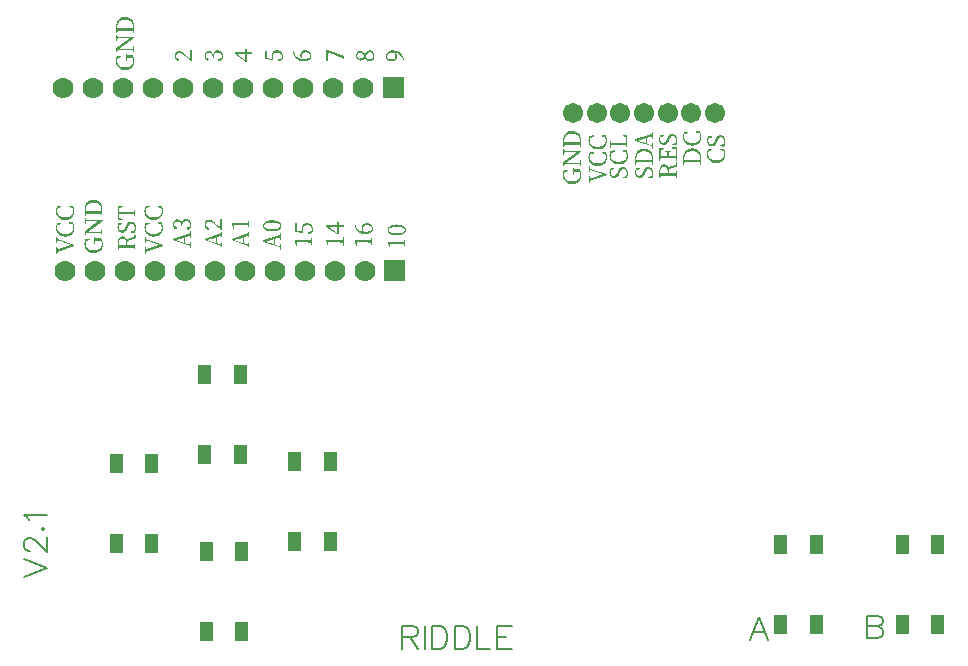
<source format=gts>
G04 Layer: TopSolderMaskLayer*
G04 EasyEDA v6.3.22, 2020-01-15T10:35:35+08:00*
G04 b15c4467bd8642d682841cabbe2267cb,0c247ba4ff554f47bef9fd8dabc8c001,10*
G04 Gerber Generator version 0.2*
G04 Scale: 100 percent, Rotated: No, Reflected: No *
G04 Dimensions in millimeters *
G04 leading zeros omitted , absolute positions ,3 integer and 3 decimal *
%FSLAX33Y33*%
%MOMM*%
G90*
G71D02*

%ADD17C,0.203200*%
%ADD19C,0.202997*%
%ADD21C,1.703197*%
%ADD23C,1.778000*%

%LPD*%
G54D19*
G01X63223Y3785D02*
G01X62484Y1847D01*
G01X63223Y3785D02*
G01X63962Y1847D01*
G01X62760Y2492D02*
G01X63685Y2492D01*
G01X72390Y3912D02*
G01X72390Y1974D01*
G01X72390Y3912D02*
G01X73220Y3912D01*
G01X73497Y3821D01*
G01X73591Y3729D01*
G01X73682Y3544D01*
G01X73682Y3359D01*
G01X73591Y3173D01*
G01X73497Y3082D01*
G01X73220Y2990D01*
G01X72390Y2990D02*
G01X73220Y2990D01*
G01X73497Y2896D01*
G01X73591Y2805D01*
G01X73682Y2619D01*
G01X73682Y2343D01*
G01X73591Y2157D01*
G01X73497Y2066D01*
G01X73220Y1974D01*
G01X72390Y1974D01*
G01X33020Y3023D02*
G01X33020Y1085D01*
G01X33020Y3023D02*
G01X33850Y3023D01*
G01X34127Y2932D01*
G01X34221Y2840D01*
G01X34312Y2655D01*
G01X34312Y2470D01*
G01X34221Y2284D01*
G01X34127Y2193D01*
G01X33850Y2101D01*
G01X33020Y2101D01*
G01X33667Y2101D02*
G01X34312Y1085D01*
G01X34922Y3023D02*
G01X34922Y1085D01*
G01X35532Y3023D02*
G01X35532Y1085D01*
G01X35532Y3023D02*
G01X36179Y3023D01*
G01X36456Y2932D01*
G01X36639Y2746D01*
G01X36733Y2561D01*
G01X36824Y2284D01*
G01X36824Y1824D01*
G01X36733Y1545D01*
G01X36639Y1362D01*
G01X36456Y1177D01*
G01X36179Y1085D01*
G01X35532Y1085D01*
G01X37434Y3023D02*
G01X37434Y1085D01*
G01X37434Y3023D02*
G01X38082Y3023D01*
G01X38359Y2932D01*
G01X38544Y2746D01*
G01X38635Y2561D01*
G01X38727Y2284D01*
G01X38727Y1824D01*
G01X38635Y1545D01*
G01X38544Y1362D01*
G01X38359Y1177D01*
G01X38082Y1085D01*
G01X37434Y1085D01*
G01X39336Y3023D02*
G01X39336Y1085D01*
G01X39336Y1085D02*
G01X40446Y1085D01*
G01X41056Y3023D02*
G01X41056Y1085D01*
G01X41056Y3023D02*
G01X42255Y3023D01*
G01X41056Y2101D02*
G01X41795Y2101D01*
G01X41056Y1085D02*
G01X42255Y1085D01*

%LPD*%
G36*
G01X12623Y38606D02*
G01X12298Y38611D01*
G01X12298Y38489D01*
G01X12580Y38433D01*
G01X12606Y38369D01*
G01X12622Y38304D01*
G01X12631Y38240D01*
G01X12633Y38177D01*
G01X12631Y38118D01*
G01X12623Y38063D01*
G01X12609Y38009D01*
G01X12590Y37958D01*
G01X12565Y37911D01*
G01X12536Y37866D01*
G01X12501Y37825D01*
G01X12461Y37787D01*
G01X12415Y37753D01*
G01X12365Y37723D01*
G01X12309Y37697D01*
G01X12248Y37676D01*
G01X12181Y37659D01*
G01X12110Y37646D01*
G01X12034Y37638D01*
G01X11953Y37636D01*
G01X11872Y37639D01*
G01X11797Y37647D01*
G01X11726Y37660D01*
G01X11660Y37679D01*
G01X11599Y37702D01*
G01X11543Y37729D01*
G01X11492Y37760D01*
G01X11447Y37796D01*
G01X11406Y37835D01*
G01X11371Y37877D01*
G01X11341Y37922D01*
G01X11316Y37970D01*
G01X11297Y38021D01*
G01X11283Y38073D01*
G01X11275Y38128D01*
G01X11272Y38184D01*
G01X11276Y38241D01*
G01X11286Y38299D01*
G01X11303Y38356D01*
G01X11328Y38413D01*
G01X11612Y38469D01*
G01X11612Y38591D01*
G01X11285Y38586D01*
G01X11256Y38530D01*
G01X11232Y38475D01*
G01X11213Y38420D01*
G01X11199Y38366D01*
G01X11188Y38313D01*
G01X11181Y38261D01*
G01X11177Y38210D01*
G01X11176Y38162D01*
G01X11178Y38097D01*
G01X11185Y38035D01*
G01X11197Y37975D01*
G01X11213Y37916D01*
G01X11233Y37860D01*
G01X11257Y37807D01*
G01X11286Y37756D01*
G01X11318Y37707D01*
G01X11354Y37662D01*
G01X11393Y37620D01*
G01X11437Y37581D01*
G01X11483Y37546D01*
G01X11532Y37514D01*
G01X11584Y37486D01*
G01X11639Y37462D01*
G01X11697Y37442D01*
G01X11758Y37426D01*
G01X11821Y37414D01*
G01X11886Y37407D01*
G01X11953Y37405D01*
G01X12021Y37407D01*
G01X12087Y37414D01*
G01X12151Y37425D01*
G01X12212Y37440D01*
G01X12271Y37460D01*
G01X12326Y37483D01*
G01X12378Y37510D01*
G01X12428Y37542D01*
G01X12474Y37576D01*
G01X12517Y37615D01*
G01X12556Y37656D01*
G01X12592Y37701D01*
G01X12624Y37749D01*
G01X12652Y37800D01*
G01X12676Y37854D01*
G01X12696Y37910D01*
G01X12712Y37970D01*
G01X12723Y38031D01*
G01X12730Y38095D01*
G01X12733Y38162D01*
G01X12731Y38221D01*
G01X12726Y38278D01*
G01X12718Y38335D01*
G01X12707Y38391D01*
G01X12691Y38447D01*
G01X12673Y38501D01*
G01X12650Y38554D01*
G01X12623Y38606D01*
G37*

%LPD*%
G36*
G01X12623Y37199D02*
G01X12298Y37204D01*
G01X12298Y37082D01*
G01X12580Y37026D01*
G01X12606Y36963D01*
G01X12622Y36898D01*
G01X12631Y36834D01*
G01X12633Y36772D01*
G01X12631Y36713D01*
G01X12623Y36657D01*
G01X12609Y36603D01*
G01X12590Y36552D01*
G01X12565Y36505D01*
G01X12536Y36460D01*
G01X12501Y36418D01*
G01X12461Y36381D01*
G01X12415Y36347D01*
G01X12365Y36316D01*
G01X12309Y36290D01*
G01X12248Y36269D01*
G01X12181Y36252D01*
G01X12110Y36239D01*
G01X12034Y36231D01*
G01X11953Y36229D01*
G01X11872Y36232D01*
G01X11797Y36240D01*
G01X11726Y36253D01*
G01X11660Y36271D01*
G01X11599Y36295D01*
G01X11543Y36322D01*
G01X11492Y36354D01*
G01X11447Y36389D01*
G01X11406Y36428D01*
G01X11371Y36470D01*
G01X11341Y36516D01*
G01X11316Y36564D01*
G01X11297Y36615D01*
G01X11283Y36668D01*
G01X11275Y36723D01*
G01X11272Y36780D01*
G01X11276Y36836D01*
G01X11286Y36892D01*
G01X11303Y36949D01*
G01X11328Y37006D01*
G01X11612Y37062D01*
G01X11612Y37184D01*
G01X11285Y37179D01*
G01X11256Y37124D01*
G01X11232Y37069D01*
G01X11213Y37015D01*
G01X11199Y36961D01*
G01X11188Y36907D01*
G01X11181Y36855D01*
G01X11177Y36804D01*
G01X11176Y36754D01*
G01X11178Y36690D01*
G01X11185Y36628D01*
G01X11197Y36568D01*
G01X11213Y36509D01*
G01X11233Y36453D01*
G01X11257Y36400D01*
G01X11286Y36349D01*
G01X11318Y36301D01*
G01X11354Y36256D01*
G01X11393Y36214D01*
G01X11437Y36176D01*
G01X11483Y36140D01*
G01X11532Y36109D01*
G01X11584Y36081D01*
G01X11639Y36057D01*
G01X11697Y36037D01*
G01X11758Y36021D01*
G01X11821Y36009D01*
G01X11886Y36003D01*
G01X11953Y36000D01*
G01X12021Y36002D01*
G01X12087Y36009D01*
G01X12151Y36020D01*
G01X12212Y36035D01*
G01X12271Y36055D01*
G01X12326Y36078D01*
G01X12378Y36105D01*
G01X12428Y36136D01*
G01X12474Y36171D01*
G01X12517Y36209D01*
G01X12556Y36250D01*
G01X12592Y36295D01*
G01X12624Y36342D01*
G01X12652Y36393D01*
G01X12676Y36447D01*
G01X12696Y36504D01*
G01X12712Y36562D01*
G01X12723Y36624D01*
G01X12730Y36688D01*
G01X12733Y36754D01*
G01X12731Y36814D01*
G01X12726Y36872D01*
G01X12718Y36929D01*
G01X12707Y36985D01*
G01X12691Y37040D01*
G01X12673Y37094D01*
G01X12650Y37147D01*
G01X12623Y37199D01*
G37*

%LPD*%
G36*
G01X11285Y35972D02*
G01X11211Y35972D01*
G01X11211Y35462D01*
G01X11295Y35462D01*
G01X11315Y35667D01*
G01X12433Y35307D01*
G01X11313Y34916D01*
G01X11295Y35134D01*
G01X11211Y35134D01*
G01X11211Y34529D01*
G01X11287Y34529D01*
G01X11305Y34700D01*
G01X12715Y35218D01*
G01X12715Y35312D01*
G01X11313Y35779D01*
G01X11285Y35972D01*
G37*

%LPD*%
G54D17*
G01X998Y7196D02*
G01X2936Y7936D01*
G01X998Y8675D02*
G01X2936Y7936D01*
G01X1460Y9376D02*
G01X1366Y9376D01*
G01X1181Y9470D01*
G01X1089Y9561D01*
G01X998Y9747D01*
G01X998Y10115D01*
G01X1089Y10300D01*
G01X1181Y10392D01*
G01X1366Y10486D01*
G01X1551Y10486D01*
G01X1737Y10392D01*
G01X2014Y10206D01*
G01X2936Y9284D01*
G01X2936Y10577D01*
G01X2476Y11278D02*
G01X2567Y11187D01*
G01X2659Y11278D01*
G01X2567Y11372D01*
G01X2476Y11278D01*
G01X1366Y11982D02*
G01X1275Y12165D01*
G01X998Y12442D01*
G01X2936Y12442D01*

%LPD*%
G36*
G01X9321Y38517D02*
G01X9321Y38624D01*
G01X8925Y38611D01*
G01X8925Y37389D01*
G01X9321Y37372D01*
G01X9321Y37483D01*
G01X9022Y37544D01*
G01X9022Y37892D01*
G01X9169Y37895D01*
G01X9317Y37897D01*
G01X10020Y37897D01*
G01X10093Y37896D01*
G01X10167Y37895D01*
G01X10312Y37892D01*
G01X10337Y37664D01*
G01X10414Y37664D01*
G01X10414Y38334D01*
G01X10337Y38334D01*
G01X10312Y38103D01*
G01X10239Y38102D01*
G01X10165Y38102D01*
G01X10092Y38101D01*
G01X9243Y38101D01*
G01X9095Y38102D01*
G01X9022Y38103D01*
G01X9022Y38454D01*
G01X9321Y38517D01*
G37*

%LPD*%
G36*
G01X10086Y37255D02*
G01X10022Y37260D01*
G01X9972Y37257D01*
G01X9925Y37250D01*
G01X9881Y37238D01*
G01X9839Y37220D01*
G01X9800Y37196D01*
G01X9763Y37167D01*
G01X9728Y37132D01*
G01X9695Y37090D01*
G01X9663Y37041D01*
G01X9632Y36986D01*
G01X9602Y36924D01*
G01X9573Y36854D01*
G01X9537Y36762D01*
G01X9512Y36705D01*
G01X9485Y36655D01*
G01X9455Y36612D01*
G01X9422Y36576D01*
G01X9385Y36548D01*
G01X9344Y36527D01*
G01X9298Y36515D01*
G01X9248Y36511D01*
G01X9188Y36517D01*
G01X9135Y36534D01*
G01X9090Y36562D01*
G01X9053Y36599D01*
G01X9024Y36645D01*
G01X9003Y36698D01*
G01X8990Y36758D01*
G01X8986Y36823D01*
G01X8989Y36872D01*
G01X8997Y36917D01*
G01X9011Y36960D01*
G01X9032Y37003D01*
G01X9298Y37059D01*
G01X9298Y37176D01*
G01X9006Y37189D01*
G01X8981Y37152D01*
G01X8958Y37113D01*
G01X8938Y37071D01*
G01X8922Y37027D01*
G01X8908Y36981D01*
G01X8898Y36931D01*
G01X8892Y36878D01*
G01X8890Y36823D01*
G01X8893Y36754D01*
G01X8902Y36689D01*
G01X8917Y36628D01*
G01X8938Y36571D01*
G01X8965Y36518D01*
G01X8997Y36470D01*
G01X9034Y36429D01*
G01X9077Y36394D01*
G01X9125Y36366D01*
G01X9178Y36345D01*
G01X9236Y36332D01*
G01X9298Y36328D01*
G01X9352Y36331D01*
G01X9403Y36340D01*
G01X9449Y36355D01*
G01X9492Y36376D01*
G01X9532Y36402D01*
G01X9569Y36433D01*
G01X9604Y36468D01*
G01X9636Y36509D01*
G01X9665Y36554D01*
G01X9693Y36603D01*
G01X9719Y36655D01*
G01X9779Y36795D01*
G01X9808Y36865D01*
G01X9837Y36924D01*
G01X9867Y36972D01*
G01X9900Y37012D01*
G01X9935Y37041D01*
G01X9975Y37061D01*
G01X10020Y37073D01*
G01X10071Y37077D01*
G01X10134Y37070D01*
G01X10190Y37052D01*
G01X10237Y37021D01*
G01X10277Y36979D01*
G01X10307Y36928D01*
G01X10330Y36867D01*
G01X10343Y36798D01*
G01X10347Y36721D01*
G01X10344Y36654D01*
G01X10335Y36595D01*
G01X10319Y36541D01*
G01X10294Y36488D01*
G01X10015Y36429D01*
G01X10015Y36315D01*
G01X10327Y36302D01*
G01X10351Y36343D01*
G01X10374Y36389D01*
G01X10394Y36440D01*
G01X10411Y36493D01*
G01X10426Y36551D01*
G01X10437Y36610D01*
G01X10444Y36672D01*
G01X10447Y36734D01*
G01X10443Y36810D01*
G01X10433Y36880D01*
G01X10418Y36947D01*
G01X10395Y37008D01*
G01X10367Y37064D01*
G01X10334Y37113D01*
G01X10294Y37156D01*
G01X10250Y37192D01*
G01X10200Y37221D01*
G01X10145Y37243D01*
G01X10086Y37255D01*
G37*

%LPD*%
G36*
G01X10414Y36175D02*
G01X10337Y36175D01*
G01X10320Y36003D01*
G01X9972Y35898D01*
G01X9911Y35878D01*
G01X9859Y35855D01*
G01X9815Y35829D01*
G01X9777Y35800D01*
G01X9746Y35766D01*
G01X9722Y35727D01*
G01X9703Y35684D01*
G01X9690Y35634D01*
G01X9676Y35695D01*
G01X9659Y35751D01*
G01X9637Y35801D01*
G01X9612Y35846D01*
G01X9583Y35886D01*
G01X9551Y35920D01*
G01X9516Y35949D01*
G01X9479Y35973D01*
G01X9440Y35991D01*
G01X9400Y36005D01*
G01X9357Y36013D01*
G01X9314Y36015D01*
G01X9254Y36011D01*
G01X9199Y35999D01*
G01X9149Y35979D01*
G01X9103Y35951D01*
G01X9063Y35916D01*
G01X9027Y35874D01*
G01X8996Y35825D01*
G01X8971Y35768D01*
G01X8951Y35705D01*
G01X8937Y35636D01*
G01X8928Y35561D01*
G01X8925Y35479D01*
G01X8925Y34855D01*
G01X9001Y34855D01*
G01X9024Y35063D01*
G01X9097Y35064D01*
G01X9245Y35065D01*
G01X10094Y35065D01*
G01X10168Y35064D01*
G01X10241Y35064D01*
G01X10314Y35063D01*
G01X10337Y34855D01*
G01X10414Y34855D01*
G01X10414Y35482D01*
G01X10337Y35482D01*
G01X10312Y35274D01*
G01X10240Y35272D01*
G01X10168Y35271D01*
G01X10095Y35270D01*
G01X10021Y35269D01*
G01X9718Y35269D01*
G01X9718Y35388D01*
G01X9720Y35452D01*
G01X9727Y35507D01*
G01X9740Y35553D01*
G01X9761Y35592D01*
G01X9790Y35623D01*
G01X9829Y35650D01*
G01X9879Y35672D01*
G01X9941Y35690D01*
G01X10294Y35782D01*
G01X10360Y35808D01*
G01X10404Y35852D01*
G01X10429Y35917D01*
G01X10436Y36008D01*
G01X10435Y36057D01*
G01X10431Y36101D01*
G01X10424Y36141D01*
G01X10414Y36175D01*
G37*

%LPC*%
G36*
G01X9378Y35801D02*
G01X9311Y35807D01*
G01X9244Y35802D01*
G01X9184Y35787D01*
G01X9133Y35761D01*
G01X9090Y35724D01*
G01X9056Y35677D01*
G01X9031Y35619D01*
G01X9017Y35548D01*
G01X9011Y35467D01*
G01X9011Y35274D01*
G01X9160Y35271D01*
G01X9234Y35270D01*
G01X9310Y35269D01*
G01X9634Y35269D01*
G01X9634Y35451D01*
G01X9628Y35535D01*
G01X9609Y35607D01*
G01X9580Y35668D01*
G01X9542Y35718D01*
G01X9495Y35757D01*
G01X9440Y35785D01*
G01X9378Y35801D01*
G37*

%LPD*%

%LPD*%
G36*
G01X14778Y37502D02*
G01X14719Y37506D01*
G01X14670Y37504D01*
G01X14623Y37497D01*
G01X14579Y37484D01*
G01X14538Y37468D01*
G01X14499Y37445D01*
G01X14464Y37418D01*
G01X14432Y37386D01*
G01X14403Y37349D01*
G01X14378Y37306D01*
G01X14356Y37258D01*
G01X14339Y37205D01*
G01X14325Y37146D01*
G01X14299Y37217D01*
G01X14266Y37281D01*
G01X14227Y37335D01*
G01X14182Y37379D01*
G01X14132Y37414D01*
G01X14078Y37440D01*
G01X14019Y37456D01*
G01X13957Y37461D01*
G01X13904Y37457D01*
G01X13854Y37447D01*
G01X13808Y37431D01*
G01X13766Y37409D01*
G01X13727Y37381D01*
G01X13693Y37347D01*
G01X13664Y37308D01*
G01X13639Y37263D01*
G01X13619Y37214D01*
G01X13605Y37160D01*
G01X13597Y37101D01*
G01X13594Y37039D01*
G01X13598Y36964D01*
G01X13611Y36893D01*
G01X13633Y36828D01*
G01X13664Y36769D01*
G01X13703Y36718D01*
G01X13752Y36676D01*
G01X13810Y36644D01*
G01X13878Y36622D01*
G01X13915Y36641D01*
G01X13940Y36665D01*
G01X13953Y36694D01*
G01X13957Y36727D01*
G01X13949Y36773D01*
G01X13924Y36807D01*
G01X13882Y36833D01*
G01X13822Y36854D01*
G01X13693Y36889D01*
G01X13687Y36919D01*
G01X13682Y36946D01*
G01X13680Y36972D01*
G01X13680Y36996D01*
G01X13685Y37058D01*
G01X13699Y37113D01*
G01X13722Y37160D01*
G01X13754Y37200D01*
G01X13795Y37231D01*
G01X13844Y37254D01*
G01X13901Y37268D01*
G01X13967Y37273D01*
G01X14037Y37267D01*
G01X14099Y37250D01*
G01X14152Y37223D01*
G01X14196Y37185D01*
G01X14231Y37139D01*
G01X14257Y37083D01*
G01X14272Y37019D01*
G01X14277Y36948D01*
G01X14277Y36861D01*
G01X14376Y36861D01*
G01X14376Y36965D01*
G01X14382Y37047D01*
G01X14400Y37117D01*
G01X14429Y37176D01*
G01X14468Y37225D01*
G01X14517Y37262D01*
G01X14574Y37289D01*
G01X14640Y37305D01*
G01X14714Y37311D01*
G01X14786Y37305D01*
G01X14852Y37288D01*
G01X14910Y37261D01*
G01X14961Y37223D01*
G01X15001Y37175D01*
G01X15031Y37118D01*
G01X15050Y37051D01*
G01X15057Y36975D01*
G01X15056Y36945D01*
G01X15053Y36914D01*
G01X15047Y36882D01*
G01X15039Y36848D01*
G01X14907Y36813D01*
G01X14841Y36792D01*
G01X14797Y36767D01*
G01X14770Y36735D01*
G01X14762Y36691D01*
G01X14766Y36657D01*
G01X14778Y36628D01*
G01X14801Y36603D01*
G01X14833Y36582D01*
G01X14908Y36603D01*
G01X14971Y36635D01*
G01X15024Y36676D01*
G01X15067Y36728D01*
G01X15099Y36787D01*
G01X15123Y36854D01*
G01X15136Y36928D01*
G01X15140Y37008D01*
G01X15137Y37081D01*
G01X15126Y37149D01*
G01X15109Y37212D01*
G01X15085Y37270D01*
G01X15056Y37322D01*
G01X15021Y37369D01*
G01X14981Y37409D01*
G01X14937Y37443D01*
G01X14887Y37470D01*
G01X14835Y37490D01*
G01X14778Y37502D01*
G37*

%LPD*%
G36*
G01X15113Y36465D02*
G01X15036Y36465D01*
G01X15016Y36290D01*
G01X13614Y35810D01*
G01X13614Y35680D01*
G01X15006Y35208D01*
G01X15036Y35025D01*
G01X15113Y35025D01*
G01X15113Y35523D01*
G01X15036Y35523D01*
G01X15006Y35304D01*
G01X14620Y35431D01*
G01X14620Y35949D01*
G01X15008Y36079D01*
G01X15036Y35858D01*
G01X15113Y35858D01*
G01X15113Y36465D01*
G37*

%LPC*%
G36*
G01X14531Y35462D02*
G01X14531Y35919D01*
G01X13840Y35688D01*
G01X14531Y35462D01*
G37*

%LPD*%

%LPD*%
G36*
G01X5130Y38606D02*
G01X4805Y38611D01*
G01X4805Y38489D01*
G01X5087Y38433D01*
G01X5113Y38369D01*
G01X5129Y38304D01*
G01X5138Y38240D01*
G01X5140Y38177D01*
G01X5138Y38118D01*
G01X5130Y38063D01*
G01X5116Y38009D01*
G01X5097Y37958D01*
G01X5072Y37911D01*
G01X5043Y37866D01*
G01X5008Y37825D01*
G01X4968Y37787D01*
G01X4922Y37753D01*
G01X4872Y37723D01*
G01X4816Y37697D01*
G01X4755Y37676D01*
G01X4688Y37659D01*
G01X4617Y37646D01*
G01X4541Y37638D01*
G01X4460Y37636D01*
G01X4379Y37639D01*
G01X4304Y37647D01*
G01X4233Y37660D01*
G01X4167Y37679D01*
G01X4106Y37702D01*
G01X4050Y37729D01*
G01X3999Y37760D01*
G01X3954Y37796D01*
G01X3913Y37835D01*
G01X3878Y37877D01*
G01X3848Y37922D01*
G01X3823Y37970D01*
G01X3804Y38021D01*
G01X3790Y38073D01*
G01X3782Y38128D01*
G01X3779Y38184D01*
G01X3783Y38241D01*
G01X3793Y38299D01*
G01X3810Y38356D01*
G01X3835Y38413D01*
G01X4119Y38469D01*
G01X4119Y38591D01*
G01X3792Y38586D01*
G01X3763Y38530D01*
G01X3739Y38475D01*
G01X3720Y38420D01*
G01X3706Y38366D01*
G01X3695Y38313D01*
G01X3688Y38261D01*
G01X3684Y38210D01*
G01X3683Y38162D01*
G01X3685Y38097D01*
G01X3692Y38035D01*
G01X3704Y37975D01*
G01X3720Y37916D01*
G01X3740Y37860D01*
G01X3764Y37807D01*
G01X3793Y37756D01*
G01X3825Y37707D01*
G01X3861Y37662D01*
G01X3900Y37620D01*
G01X3944Y37581D01*
G01X3990Y37546D01*
G01X4039Y37514D01*
G01X4091Y37486D01*
G01X4146Y37462D01*
G01X4204Y37442D01*
G01X4265Y37426D01*
G01X4328Y37414D01*
G01X4393Y37407D01*
G01X4460Y37405D01*
G01X4528Y37407D01*
G01X4594Y37414D01*
G01X4658Y37425D01*
G01X4719Y37440D01*
G01X4778Y37460D01*
G01X4833Y37483D01*
G01X4885Y37510D01*
G01X4935Y37542D01*
G01X4981Y37576D01*
G01X5024Y37615D01*
G01X5063Y37656D01*
G01X5099Y37701D01*
G01X5131Y37749D01*
G01X5159Y37800D01*
G01X5183Y37854D01*
G01X5203Y37910D01*
G01X5219Y37970D01*
G01X5230Y38031D01*
G01X5237Y38095D01*
G01X5240Y38162D01*
G01X5238Y38221D01*
G01X5233Y38278D01*
G01X5225Y38335D01*
G01X5214Y38391D01*
G01X5198Y38447D01*
G01X5180Y38501D01*
G01X5157Y38554D01*
G01X5130Y38606D01*
G37*

%LPD*%
G36*
G01X5130Y37199D02*
G01X4805Y37204D01*
G01X4805Y37082D01*
G01X5087Y37026D01*
G01X5113Y36963D01*
G01X5129Y36898D01*
G01X5138Y36834D01*
G01X5140Y36772D01*
G01X5138Y36713D01*
G01X5130Y36657D01*
G01X5116Y36603D01*
G01X5097Y36552D01*
G01X5072Y36505D01*
G01X5043Y36460D01*
G01X5008Y36418D01*
G01X4968Y36381D01*
G01X4922Y36347D01*
G01X4872Y36316D01*
G01X4816Y36290D01*
G01X4755Y36269D01*
G01X4688Y36252D01*
G01X4617Y36239D01*
G01X4541Y36231D01*
G01X4460Y36229D01*
G01X4379Y36232D01*
G01X4304Y36240D01*
G01X4233Y36253D01*
G01X4167Y36271D01*
G01X4106Y36295D01*
G01X4050Y36322D01*
G01X3999Y36354D01*
G01X3954Y36389D01*
G01X3913Y36428D01*
G01X3878Y36470D01*
G01X3848Y36516D01*
G01X3823Y36564D01*
G01X3804Y36615D01*
G01X3790Y36668D01*
G01X3782Y36723D01*
G01X3779Y36780D01*
G01X3783Y36836D01*
G01X3793Y36892D01*
G01X3810Y36949D01*
G01X3835Y37006D01*
G01X4119Y37062D01*
G01X4119Y37184D01*
G01X3792Y37179D01*
G01X3763Y37124D01*
G01X3739Y37069D01*
G01X3720Y37015D01*
G01X3706Y36961D01*
G01X3695Y36907D01*
G01X3688Y36855D01*
G01X3684Y36804D01*
G01X3683Y36754D01*
G01X3685Y36690D01*
G01X3692Y36628D01*
G01X3704Y36568D01*
G01X3720Y36509D01*
G01X3740Y36453D01*
G01X3764Y36400D01*
G01X3793Y36349D01*
G01X3825Y36301D01*
G01X3861Y36256D01*
G01X3900Y36214D01*
G01X3944Y36176D01*
G01X3990Y36140D01*
G01X4039Y36109D01*
G01X4091Y36081D01*
G01X4146Y36057D01*
G01X4204Y36037D01*
G01X4265Y36021D01*
G01X4328Y36009D01*
G01X4393Y36003D01*
G01X4460Y36000D01*
G01X4528Y36002D01*
G01X4594Y36009D01*
G01X4658Y36020D01*
G01X4719Y36035D01*
G01X4778Y36055D01*
G01X4833Y36078D01*
G01X4885Y36105D01*
G01X4935Y36136D01*
G01X4981Y36171D01*
G01X5024Y36209D01*
G01X5063Y36250D01*
G01X5099Y36295D01*
G01X5131Y36342D01*
G01X5159Y36393D01*
G01X5183Y36447D01*
G01X5203Y36504D01*
G01X5219Y36562D01*
G01X5230Y36624D01*
G01X5237Y36688D01*
G01X5240Y36754D01*
G01X5238Y36814D01*
G01X5233Y36872D01*
G01X5225Y36929D01*
G01X5214Y36985D01*
G01X5198Y37040D01*
G01X5180Y37094D01*
G01X5157Y37147D01*
G01X5130Y37199D01*
G37*

%LPD*%
G36*
G01X3792Y35972D02*
G01X3718Y35972D01*
G01X3718Y35462D01*
G01X3802Y35462D01*
G01X3822Y35667D01*
G01X4940Y35307D01*
G01X3820Y34916D01*
G01X3802Y35134D01*
G01X3718Y35134D01*
G01X3718Y34529D01*
G01X3794Y34529D01*
G01X3812Y34700D01*
G01X5222Y35218D01*
G01X5222Y35312D01*
G01X3820Y35779D01*
G01X3792Y35972D01*
G37*

%LPD*%

%LPD*%
G36*
G01X6945Y39104D02*
G01X6875Y39107D01*
G01X6805Y39104D01*
G01X6738Y39098D01*
G01X6674Y39087D01*
G01X6614Y39072D01*
G01X6556Y39054D01*
G01X6503Y39032D01*
G01X6453Y39006D01*
G01X6406Y38976D01*
G01X6363Y38943D01*
G01X6323Y38906D01*
G01X6287Y38867D01*
G01X6255Y38824D01*
G01X6226Y38778D01*
G01X6201Y38730D01*
G01X6180Y38678D01*
G01X6163Y38624D01*
G01X6149Y38567D01*
G01X6139Y38508D01*
G01X6133Y38446D01*
G01X6131Y38383D01*
G01X6131Y37735D01*
G01X6207Y37735D01*
G01X6230Y37941D01*
G01X6377Y37944D01*
G01X6451Y37945D01*
G01X6599Y37945D01*
G01X6674Y37946D01*
G01X7065Y37946D01*
G01X7145Y37945D01*
G01X7298Y37945D01*
G01X7373Y37944D01*
G01X7520Y37941D01*
G01X7543Y37735D01*
G01X7620Y37735D01*
G01X7620Y38342D01*
G01X7617Y38408D01*
G01X7611Y38471D01*
G01X7602Y38532D01*
G01X7588Y38591D01*
G01X7570Y38648D01*
G01X7549Y38702D01*
G01X7524Y38753D01*
G01X7495Y38802D01*
G01X7463Y38847D01*
G01X7426Y38890D01*
G01X7387Y38929D01*
G01X7344Y38965D01*
G01X7297Y38997D01*
G01X7247Y39025D01*
G01X7193Y39049D01*
G01X7136Y39069D01*
G01X7076Y39085D01*
G01X7012Y39097D01*
G01X6945Y39104D01*
G37*

%LPC*%
G36*
G01X6951Y38873D02*
G01X6875Y38875D01*
G01X6797Y38873D01*
G01X6724Y38866D01*
G01X6655Y38856D01*
G01X6591Y38840D01*
G01X6532Y38821D01*
G01X6479Y38797D01*
G01X6429Y38769D01*
G01X6386Y38737D01*
G01X6346Y38701D01*
G01X6312Y38662D01*
G01X6283Y38618D01*
G01X6260Y38571D01*
G01X6241Y38520D01*
G01X6228Y38466D01*
G01X6220Y38408D01*
G01X6217Y38347D01*
G01X6217Y38154D01*
G01X6367Y38151D01*
G01X6442Y38150D01*
G01X6518Y38149D01*
G01X7225Y38149D01*
G01X7303Y38150D01*
G01X7455Y38152D01*
G01X7531Y38154D01*
G01X7531Y38327D01*
G01X7528Y38391D01*
G01X7519Y38452D01*
G01X7506Y38510D01*
G01X7486Y38562D01*
G01X7462Y38612D01*
G01X7433Y38656D01*
G01X7398Y38698D01*
G01X7358Y38735D01*
G01X7314Y38767D01*
G01X7264Y38796D01*
G01X7211Y38820D01*
G01X7152Y38840D01*
G01X7090Y38855D01*
G01X7022Y38866D01*
G01X6951Y38873D01*
G37*

%LPD*%
G36*
G01X6207Y37565D02*
G01X6131Y37565D01*
G01X6131Y37039D01*
G01X6207Y37039D01*
G01X6235Y37278D01*
G01X7269Y37280D01*
G01X6131Y36457D01*
G01X6131Y36114D01*
G01X6207Y36114D01*
G01X6228Y36274D01*
G01X6256Y36295D01*
G01X7515Y36292D01*
G01X7543Y36104D01*
G01X7620Y36104D01*
G01X7620Y36630D01*
G01X7543Y36630D01*
G01X7513Y36394D01*
G01X6385Y36389D01*
G01X7635Y37298D01*
G01X7635Y37377D01*
G01X6233Y37379D01*
G01X6207Y37565D01*
G37*

%LPD*%
G36*
G01X6987Y35985D02*
G01X6911Y35985D01*
G01X6911Y35406D01*
G01X6987Y35406D01*
G01X7005Y35642D01*
G01X7057Y35643D01*
G01X7162Y35644D01*
G01X7510Y35644D01*
G01X7530Y35584D01*
G01X7543Y35523D01*
G01X7551Y35461D01*
G01X7553Y35396D01*
G01X7550Y35333D01*
G01X7542Y35274D01*
G01X7527Y35218D01*
G01X7507Y35165D01*
G01X7481Y35116D01*
G01X7451Y35070D01*
G01X7414Y35028D01*
G01X7373Y34990D01*
G01X7327Y34956D01*
G01X7276Y34926D01*
G01X7220Y34900D01*
G01X7159Y34878D01*
G01X7094Y34862D01*
G01X7025Y34849D01*
G01X6950Y34842D01*
G01X6873Y34839D01*
G01X6794Y34842D01*
G01X6719Y34850D01*
G01X6650Y34863D01*
G01X6584Y34880D01*
G01X6524Y34903D01*
G01X6467Y34929D01*
G01X6417Y34960D01*
G01X6370Y34995D01*
G01X6329Y35033D01*
G01X6294Y35076D01*
G01X6263Y35121D01*
G01X6238Y35170D01*
G01X6218Y35221D01*
G01X6204Y35275D01*
G01X6195Y35332D01*
G01X6192Y35390D01*
G01X6196Y35457D01*
G01X6208Y35521D01*
G01X6229Y35583D01*
G01X6258Y35642D01*
G01X6535Y35695D01*
G01X6535Y35817D01*
G01X6205Y35812D01*
G01X6179Y35765D01*
G01X6156Y35717D01*
G01X6138Y35667D01*
G01X6122Y35614D01*
G01X6111Y35558D01*
G01X6102Y35498D01*
G01X6097Y35435D01*
G01X6096Y35368D01*
G01X6098Y35302D01*
G01X6105Y35238D01*
G01X6117Y35176D01*
G01X6133Y35117D01*
G01X6154Y35060D01*
G01X6178Y35006D01*
G01X6207Y34955D01*
G01X6240Y34907D01*
G01X6276Y34862D01*
G01X6315Y34820D01*
G01X6359Y34782D01*
G01X6405Y34747D01*
G01X6454Y34715D01*
G01X6506Y34688D01*
G01X6562Y34664D01*
G01X6619Y34644D01*
G01X6679Y34628D01*
G01X6742Y34617D01*
G01X6806Y34611D01*
G01X6873Y34608D01*
G01X6940Y34610D01*
G01X7006Y34617D01*
G01X7069Y34628D01*
G01X7129Y34643D01*
G01X7188Y34663D01*
G01X7243Y34686D01*
G01X7295Y34713D01*
G01X7345Y34744D01*
G01X7391Y34778D01*
G01X7434Y34816D01*
G01X7474Y34858D01*
G01X7510Y34902D01*
G01X7542Y34950D01*
G01X7571Y35000D01*
G01X7595Y35054D01*
G01X7615Y35110D01*
G01X7631Y35169D01*
G01X7643Y35230D01*
G01X7650Y35294D01*
G01X7653Y35360D01*
G01X7650Y35427D01*
G01X7644Y35491D01*
G01X7633Y35553D01*
G01X7618Y35613D01*
G01X7600Y35672D01*
G01X7577Y35730D01*
G01X7552Y35787D01*
G01X7523Y35845D01*
G01X7368Y35845D01*
G01X7314Y35846D01*
G01X7260Y35846D01*
G01X7208Y35847D01*
G01X7155Y35848D01*
G01X7103Y35848D01*
G01X7051Y35849D01*
G01X7000Y35850D01*
G01X6987Y35985D01*
G37*

%LPD*%

%LPD*%
G36*
G01X17780Y37509D02*
G01X17607Y37509D01*
G01X17607Y36737D01*
G01X17528Y36813D01*
G01X17455Y36885D01*
G01X17390Y36948D01*
G01X17338Y36998D01*
G01X17255Y37077D01*
G01X17180Y37147D01*
G01X17111Y37209D01*
G01X17048Y37262D01*
G01X16991Y37308D01*
G01X16938Y37347D01*
G01X16887Y37378D01*
G01X16840Y37403D01*
G01X16793Y37422D01*
G01X16748Y37435D01*
G01X16702Y37443D01*
G01X16654Y37445D01*
G01X16598Y37443D01*
G01X16545Y37435D01*
G01X16495Y37421D01*
G01X16450Y37402D01*
G01X16408Y37377D01*
G01X16371Y37346D01*
G01X16338Y37309D01*
G01X16311Y37266D01*
G01X16290Y37217D01*
G01X16274Y37162D01*
G01X16264Y37100D01*
G01X16261Y37031D01*
G01X16263Y36976D01*
G01X16270Y36924D01*
G01X16281Y36872D01*
G01X16298Y36824D01*
G01X16319Y36778D01*
G01X16344Y36736D01*
G01X16375Y36698D01*
G01X16409Y36665D01*
G01X16449Y36636D01*
G01X16493Y36613D01*
G01X16543Y36595D01*
G01X16596Y36584D01*
G01X16624Y36604D01*
G01X16646Y36629D01*
G01X16659Y36658D01*
G01X16664Y36691D01*
G01X16657Y36731D01*
G01X16632Y36764D01*
G01X16589Y36792D01*
G01X16525Y36813D01*
G01X16362Y36859D01*
G01X16356Y36892D01*
G01X16350Y36923D01*
G01X16348Y36952D01*
G01X16347Y36978D01*
G01X16353Y37038D01*
G01X16370Y37091D01*
G01X16397Y37138D01*
G01X16434Y37177D01*
G01X16480Y37208D01*
G01X16534Y37231D01*
G01X16596Y37245D01*
G01X16664Y37250D01*
G01X16709Y37248D01*
G01X16753Y37241D01*
G01X16798Y37230D01*
G01X16843Y37215D01*
G01X16889Y37196D01*
G01X16936Y37172D01*
G01X16984Y37144D01*
G01X17035Y37111D01*
G01X17087Y37073D01*
G01X17141Y37031D01*
G01X17199Y36984D01*
G01X17259Y36932D01*
G01X17302Y36894D01*
G01X17347Y36855D01*
G01X17393Y36814D01*
G01X17441Y36772D01*
G01X17490Y36729D01*
G01X17540Y36685D01*
G01X17591Y36640D01*
G01X17642Y36594D01*
G01X17780Y36594D01*
G01X17780Y37509D01*
G37*

%LPD*%
G36*
G01X17780Y36465D02*
G01X17703Y36465D01*
G01X17683Y36290D01*
G01X16281Y35810D01*
G01X16281Y35680D01*
G01X17673Y35208D01*
G01X17703Y35025D01*
G01X17780Y35025D01*
G01X17780Y35523D01*
G01X17703Y35523D01*
G01X17673Y35304D01*
G01X17287Y35431D01*
G01X17287Y35949D01*
G01X17675Y36079D01*
G01X17703Y35858D01*
G01X17780Y35858D01*
G01X17780Y36465D01*
G37*

%LPC*%
G36*
G01X17198Y35462D02*
G01X17198Y35919D01*
G01X16507Y35688D01*
G01X17198Y35462D01*
G37*

%LPD*%

%LPD*%
G36*
G01X30092Y37147D02*
G01X30017Y37151D01*
G01X29951Y37147D01*
G01X29889Y37138D01*
G01X29832Y37122D01*
G01X29779Y37099D01*
G01X29732Y37072D01*
G01X29691Y37039D01*
G01X29655Y37001D01*
G01X29625Y36959D01*
G01X29602Y36912D01*
G01X29584Y36861D01*
G01X29574Y36805D01*
G01X29570Y36747D01*
G01X29580Y36657D01*
G01X29607Y36571D01*
G01X29652Y36490D01*
G01X29715Y36417D01*
G01X29648Y36426D01*
G01X29585Y36439D01*
G01X29524Y36456D01*
G01X29467Y36478D01*
G01X29413Y36503D01*
G01X29361Y36533D01*
G01X29313Y36567D01*
G01X29268Y36606D01*
G01X29226Y36649D01*
G01X29187Y36697D01*
G01X29151Y36749D01*
G01X29119Y36807D01*
G01X29089Y36869D01*
G01X29063Y36936D01*
G01X29039Y37007D01*
G01X29019Y37085D01*
G01X28961Y37072D01*
G01X28970Y37004D01*
G01X28983Y36939D01*
G01X28999Y36877D01*
G01X29018Y36817D01*
G01X29040Y36760D01*
G01X29065Y36705D01*
G01X29092Y36653D01*
G01X29123Y36605D01*
G01X29155Y36558D01*
G01X29190Y36515D01*
G01X29227Y36474D01*
G01X29267Y36436D01*
G01X29308Y36401D01*
G01X29352Y36369D01*
G01X29397Y36340D01*
G01X29444Y36314D01*
G01X29492Y36290D01*
G01X29543Y36270D01*
G01X29595Y36253D01*
G01X29647Y36239D01*
G01X29701Y36228D01*
G01X29757Y36220D01*
G01X29813Y36215D01*
G01X29870Y36213D01*
G01X29943Y36215D01*
G01X30013Y36222D01*
G01X30078Y36233D01*
G01X30139Y36247D01*
G01X30196Y36266D01*
G01X30248Y36288D01*
G01X30296Y36314D01*
G01X30339Y36343D01*
G01X30378Y36377D01*
G01X30411Y36413D01*
G01X30440Y36452D01*
G01X30464Y36495D01*
G01X30483Y36541D01*
G01X30496Y36590D01*
G01X30505Y36642D01*
G01X30507Y36696D01*
G01X30504Y36762D01*
G01X30493Y36823D01*
G01X30475Y36880D01*
G01X30450Y36934D01*
G01X30418Y36982D01*
G01X30379Y37024D01*
G01X30335Y37061D01*
G01X30283Y37093D01*
G01X30226Y37118D01*
G01X30162Y37136D01*
G01X30092Y37147D01*
G37*

%LPC*%
G36*
G01X30136Y36955D02*
G01X30048Y36960D01*
G01X29961Y36955D01*
G01X29888Y36941D01*
G01X29826Y36918D01*
G01X29776Y36887D01*
G01X29738Y36849D01*
G01X29711Y36804D01*
G01X29695Y36752D01*
G01X29690Y36696D01*
G01X29695Y36623D01*
G01X29713Y36550D01*
G01X29746Y36478D01*
G01X29796Y36409D01*
G01X29842Y36409D01*
G01X29934Y36411D01*
G01X30019Y36418D01*
G01X30096Y36429D01*
G01X30165Y36444D01*
G01X30225Y36463D01*
G01X30278Y36487D01*
G01X30322Y36514D01*
G01X30359Y36544D01*
G01X30387Y36578D01*
G01X30407Y36616D01*
G01X30420Y36657D01*
G01X30424Y36701D01*
G01X30418Y36756D01*
G01X30400Y36806D01*
G01X30371Y36850D01*
G01X30330Y36888D01*
G01X30277Y36919D01*
G01X30212Y36941D01*
G01X30136Y36955D01*
G37*

%LPD*%
G36*
G01X30480Y35998D02*
G01X30411Y35998D01*
G01X30365Y35685D01*
G01X30277Y35683D01*
G01X30010Y35680D01*
G01X29311Y35680D01*
G01X28991Y35688D01*
G01X28968Y35657D01*
G01X29088Y35200D01*
G01X29164Y35200D01*
G01X29136Y35497D01*
G01X30099Y35497D01*
G01X30188Y35496D01*
G01X30277Y35494D01*
G01X30365Y35492D01*
G01X30411Y35177D01*
G01X30480Y35177D01*
G01X30480Y35998D01*
G37*

%LPD*%

%LPD*%
G36*
G01X32620Y37019D02*
G01X32517Y37021D01*
G01X32417Y37019D01*
G01X32324Y37011D01*
G01X32240Y36998D01*
G01X32163Y36982D01*
G01X32093Y36961D01*
G01X32031Y36936D01*
G01X31976Y36908D01*
G01X31927Y36877D01*
G01X31885Y36844D01*
G01X31849Y36808D01*
G01X31819Y36770D01*
G01X31795Y36730D01*
G01X31777Y36688D01*
G01X31765Y36646D01*
G01X31757Y36603D01*
G01X31755Y36559D01*
G01X31757Y36514D01*
G01X31765Y36470D01*
G01X31777Y36427D01*
G01X31795Y36385D01*
G01X31819Y36344D01*
G01X31849Y36305D01*
G01X31885Y36269D01*
G01X31927Y36234D01*
G01X31976Y36203D01*
G01X32031Y36175D01*
G01X32093Y36150D01*
G01X32163Y36129D01*
G01X32240Y36112D01*
G01X32324Y36099D01*
G01X32417Y36092D01*
G01X32517Y36089D01*
G01X32620Y36092D01*
G01X32716Y36099D01*
G01X32803Y36112D01*
G01X32882Y36129D01*
G01X32954Y36150D01*
G01X33018Y36175D01*
G01X33075Y36203D01*
G01X33125Y36234D01*
G01X33168Y36269D01*
G01X33205Y36305D01*
G01X33235Y36344D01*
G01X33260Y36385D01*
G01X33279Y36427D01*
G01X33291Y36470D01*
G01X33299Y36514D01*
G01X33301Y36559D01*
G01X33299Y36603D01*
G01X33291Y36646D01*
G01X33279Y36688D01*
G01X33260Y36730D01*
G01X33235Y36770D01*
G01X33205Y36808D01*
G01X33168Y36844D01*
G01X33125Y36877D01*
G01X33075Y36908D01*
G01X33018Y36936D01*
G01X32954Y36961D01*
G01X32882Y36982D01*
G01X32803Y36998D01*
G01X32716Y37011D01*
G01X32620Y37019D01*
G37*

%LPC*%
G36*
G01X32647Y36821D02*
G01X32517Y36823D01*
G01X32391Y36821D01*
G01X32281Y36813D01*
G01X32186Y36801D01*
G01X32105Y36785D01*
G01X32037Y36765D01*
G01X31980Y36742D01*
G01X31934Y36716D01*
G01X31899Y36688D01*
G01X31873Y36658D01*
G01X31856Y36626D01*
G01X31847Y36593D01*
G01X31843Y36559D01*
G01X31847Y36524D01*
G01X31856Y36489D01*
G01X31873Y36456D01*
G01X31899Y36425D01*
G01X31934Y36396D01*
G01X31980Y36369D01*
G01X32037Y36346D01*
G01X32105Y36326D01*
G01X32186Y36309D01*
G01X32281Y36297D01*
G01X32391Y36290D01*
G01X32517Y36287D01*
G01X32616Y36289D01*
G01X32707Y36293D01*
G01X32788Y36300D01*
G01X32861Y36309D01*
G01X32926Y36322D01*
G01X32983Y36335D01*
G01X33033Y36352D01*
G01X33076Y36369D01*
G01X33112Y36389D01*
G01X33142Y36411D01*
G01X33167Y36433D01*
G01X33186Y36456D01*
G01X33200Y36481D01*
G01X33211Y36507D01*
G01X33216Y36532D01*
G01X33218Y36559D01*
G01X33215Y36593D01*
G01X33204Y36626D01*
G01X33186Y36658D01*
G01X33159Y36688D01*
G01X33122Y36716D01*
G01X33075Y36742D01*
G01X33016Y36765D01*
G01X32944Y36785D01*
G01X32859Y36801D01*
G01X32761Y36813D01*
G01X32647Y36821D01*
G37*

%LPD*%
G36*
G01X33274Y35871D02*
G01X33205Y35871D01*
G01X33159Y35558D01*
G01X33071Y35556D01*
G01X32804Y35553D01*
G01X32105Y35553D01*
G01X31785Y35561D01*
G01X31762Y35530D01*
G01X31882Y35073D01*
G01X31958Y35073D01*
G01X31930Y35370D01*
G01X32893Y35370D01*
G01X32982Y35369D01*
G01X33071Y35367D01*
G01X33159Y35365D01*
G01X33205Y35050D01*
G01X33274Y35050D01*
G01X33274Y35871D01*
G37*

%LPD*%

%LPD*%
G36*
G01X24994Y37143D02*
G01X24940Y37146D01*
G01X24868Y37142D01*
G01X24802Y37129D01*
G01X24741Y37110D01*
G01X24686Y37084D01*
G01X24638Y37050D01*
G01X24595Y37011D01*
G01X24558Y36965D01*
G01X24528Y36914D01*
G01X24503Y36858D01*
G01X24487Y36796D01*
G01X24476Y36730D01*
G01X24472Y36660D01*
G01X24474Y36601D01*
G01X24481Y36545D01*
G01X24491Y36489D01*
G01X24505Y36434D01*
G01X24084Y36462D01*
G01X24084Y37105D01*
G01X23911Y37105D01*
G01X23911Y36376D01*
G01X24604Y36330D01*
G01X24622Y36386D01*
G01X24609Y36440D01*
G01X24599Y36494D01*
G01X24594Y36547D01*
G01X24592Y36600D01*
G01X24594Y36651D01*
G01X24602Y36700D01*
G01X24616Y36744D01*
G01X24634Y36785D01*
G01X24658Y36822D01*
G01X24687Y36855D01*
G01X24721Y36883D01*
G01X24759Y36906D01*
G01X24802Y36925D01*
G01X24849Y36939D01*
G01X24901Y36947D01*
G01X24958Y36950D01*
G01X25014Y36948D01*
G01X25067Y36940D01*
G01X25117Y36928D01*
G01X25161Y36911D01*
G01X25202Y36889D01*
G01X25238Y36863D01*
G01X25269Y36832D01*
G01X25295Y36797D01*
G01X25316Y36757D01*
G01X25331Y36713D01*
G01X25341Y36665D01*
G01X25344Y36612D01*
G01X25342Y36577D01*
G01X25338Y36542D01*
G01X25332Y36507D01*
G01X25323Y36473D01*
G01X25189Y36437D01*
G01X25121Y36416D01*
G01X25078Y36390D01*
G01X25056Y36358D01*
G01X25049Y36315D01*
G01X25054Y36281D01*
G01X25066Y36252D01*
G01X25089Y36228D01*
G01X25120Y36211D01*
G01X25192Y36232D01*
G01X25254Y36262D01*
G01X25307Y36301D01*
G01X25350Y36349D01*
G01X25384Y36406D01*
G01X25408Y36471D01*
G01X25422Y36544D01*
G01X25427Y36625D01*
G01X25425Y36683D01*
G01X25418Y36738D01*
G01X25408Y36790D01*
G01X25392Y36839D01*
G01X25373Y36885D01*
G01X25350Y36928D01*
G01X25323Y36967D01*
G01X25293Y37003D01*
G01X25259Y37035D01*
G01X25222Y37064D01*
G01X25182Y37088D01*
G01X25139Y37109D01*
G01X25093Y37125D01*
G01X25044Y37136D01*
G01X24994Y37143D01*
G37*

%LPD*%
G36*
G01X25400Y35998D02*
G01X25331Y35998D01*
G01X25285Y35685D01*
G01X25197Y35683D01*
G01X24930Y35680D01*
G01X24231Y35680D01*
G01X23911Y35688D01*
G01X23888Y35657D01*
G01X24008Y35200D01*
G01X24084Y35200D01*
G01X24056Y35497D01*
G01X25019Y35497D01*
G01X25108Y35496D01*
G01X25197Y35494D01*
G01X25285Y35492D01*
G01X25331Y35177D01*
G01X25400Y35177D01*
G01X25400Y35998D01*
G37*

%LPD*%

%LPD*%
G36*
G01X27604Y37204D02*
G01X27472Y37204D01*
G01X27472Y36968D01*
G01X26555Y36968D01*
G01X26555Y36843D01*
G01X27495Y36186D01*
G01X27604Y36186D01*
G01X27604Y36790D01*
G01X28067Y36790D01*
G01X28067Y36968D01*
G01X27604Y36968D01*
G01X27604Y37204D01*
G37*

%LPC*%
G36*
G01X27472Y36790D02*
G01X26763Y36790D01*
G01X27472Y36297D01*
G01X27472Y36790D01*
G37*

%LPD*%
G36*
G01X28067Y35998D02*
G01X27998Y35998D01*
G01X27952Y35685D01*
G01X27864Y35683D01*
G01X27597Y35680D01*
G01X26898Y35680D01*
G01X26578Y35688D01*
G01X26555Y35657D01*
G01X26675Y35200D01*
G01X26751Y35200D01*
G01X26723Y35497D01*
G01X27686Y35497D01*
G01X27775Y35496D01*
G01X27864Y35494D01*
G01X27952Y35492D01*
G01X27998Y35177D01*
G01X28067Y35177D01*
G01X28067Y35998D01*
G37*

%LPD*%

%LPD*%
G36*
G01X22079Y37379D02*
G01X21976Y37382D01*
G01X21876Y37379D01*
G01X21783Y37372D01*
G01X21699Y37359D01*
G01X21622Y37342D01*
G01X21552Y37322D01*
G01X21490Y37297D01*
G01X21435Y37269D01*
G01X21386Y37238D01*
G01X21344Y37205D01*
G01X21308Y37168D01*
G01X21278Y37130D01*
G01X21254Y37090D01*
G01X21236Y37049D01*
G01X21224Y37006D01*
G01X21216Y36963D01*
G01X21214Y36920D01*
G01X21216Y36874D01*
G01X21224Y36830D01*
G01X21236Y36786D01*
G01X21254Y36744D01*
G01X21278Y36704D01*
G01X21308Y36665D01*
G01X21344Y36628D01*
G01X21386Y36594D01*
G01X21435Y36563D01*
G01X21490Y36535D01*
G01X21552Y36510D01*
G01X21622Y36489D01*
G01X21699Y36473D01*
G01X21783Y36460D01*
G01X21876Y36452D01*
G01X21976Y36450D01*
G01X22079Y36452D01*
G01X22175Y36460D01*
G01X22262Y36473D01*
G01X22341Y36489D01*
G01X22413Y36510D01*
G01X22477Y36535D01*
G01X22534Y36563D01*
G01X22584Y36594D01*
G01X22627Y36628D01*
G01X22664Y36665D01*
G01X22694Y36704D01*
G01X22719Y36744D01*
G01X22738Y36786D01*
G01X22750Y36830D01*
G01X22758Y36874D01*
G01X22760Y36920D01*
G01X22758Y36963D01*
G01X22750Y37006D01*
G01X22738Y37049D01*
G01X22719Y37090D01*
G01X22694Y37130D01*
G01X22664Y37168D01*
G01X22627Y37205D01*
G01X22584Y37238D01*
G01X22534Y37269D01*
G01X22477Y37297D01*
G01X22413Y37322D01*
G01X22341Y37343D01*
G01X22262Y37359D01*
G01X22175Y37372D01*
G01X22079Y37379D01*
G37*

%LPC*%
G36*
G01X22106Y37181D02*
G01X21976Y37184D01*
G01X21850Y37181D01*
G01X21740Y37174D01*
G01X21645Y37161D01*
G01X21564Y37145D01*
G01X21496Y37125D01*
G01X21439Y37102D01*
G01X21393Y37076D01*
G01X21358Y37048D01*
G01X21332Y37018D01*
G01X21315Y36986D01*
G01X21306Y36953D01*
G01X21302Y36920D01*
G01X21306Y36885D01*
G01X21315Y36850D01*
G01X21332Y36816D01*
G01X21358Y36785D01*
G01X21393Y36756D01*
G01X21439Y36729D01*
G01X21496Y36705D01*
G01X21564Y36685D01*
G01X21645Y36668D01*
G01X21740Y36656D01*
G01X21850Y36648D01*
G01X21976Y36645D01*
G01X22075Y36647D01*
G01X22166Y36651D01*
G01X22247Y36658D01*
G01X22320Y36668D01*
G01X22385Y36680D01*
G01X22442Y36695D01*
G01X22492Y36711D01*
G01X22535Y36729D01*
G01X22571Y36749D01*
G01X22601Y36770D01*
G01X22626Y36793D01*
G01X22645Y36816D01*
G01X22659Y36841D01*
G01X22670Y36867D01*
G01X22675Y36893D01*
G01X22677Y36920D01*
G01X22674Y36953D01*
G01X22663Y36986D01*
G01X22645Y37018D01*
G01X22618Y37048D01*
G01X22581Y37076D01*
G01X22534Y37102D01*
G01X22475Y37125D01*
G01X22403Y37145D01*
G01X22318Y37161D01*
G01X22220Y37174D01*
G01X22106Y37181D01*
G37*

%LPD*%
G36*
G01X22733Y36338D02*
G01X22656Y36338D01*
G01X22636Y36163D01*
G01X21234Y35683D01*
G01X21234Y35553D01*
G01X22626Y35081D01*
G01X22656Y34898D01*
G01X22733Y34898D01*
G01X22733Y35396D01*
G01X22656Y35396D01*
G01X22626Y35177D01*
G01X22240Y35304D01*
G01X22240Y35822D01*
G01X22628Y35952D01*
G01X22656Y35731D01*
G01X22733Y35731D01*
G01X22733Y36338D01*
G37*

%LPC*%
G36*
G01X22151Y35335D02*
G01X22151Y35792D01*
G01X21460Y35561D01*
G01X22151Y35335D01*
G37*

%LPD*%

%LPD*%
G36*
G01X20066Y37473D02*
G01X19997Y37473D01*
G01X19951Y37158D01*
G01X19863Y37158D01*
G01X19774Y37157D01*
G01X19596Y37156D01*
G01X18897Y37156D01*
G01X18577Y37163D01*
G01X18554Y37133D01*
G01X18674Y36676D01*
G01X18750Y36676D01*
G01X18722Y36973D01*
G01X19596Y36973D01*
G01X19863Y36970D01*
G01X19951Y36968D01*
G01X19997Y36650D01*
G01X20066Y36650D01*
G01X20066Y37473D01*
G37*

%LPD*%
G36*
G01X20066Y36465D02*
G01X19989Y36465D01*
G01X19969Y36290D01*
G01X18567Y35810D01*
G01X18567Y35680D01*
G01X19959Y35208D01*
G01X19989Y35025D01*
G01X20066Y35025D01*
G01X20066Y35523D01*
G01X19989Y35523D01*
G01X19959Y35304D01*
G01X19573Y35431D01*
G01X19573Y35949D01*
G01X19961Y36079D01*
G01X19989Y35858D01*
G01X20066Y35858D01*
G01X20066Y36465D01*
G37*

%LPC*%
G36*
G01X19484Y35462D02*
G01X19484Y35919D01*
G01X18793Y35688D01*
G01X19484Y35462D01*
G37*

%LPD*%

%LPD*%
G36*
G01X15240Y51781D02*
G01X15067Y51781D01*
G01X15067Y51009D01*
G01X14988Y51086D01*
G01X14915Y51157D01*
G01X14850Y51220D01*
G01X14798Y51271D01*
G01X14715Y51350D01*
G01X14640Y51420D01*
G01X14571Y51482D01*
G01X14509Y51535D01*
G01X14451Y51581D01*
G01X14398Y51620D01*
G01X14348Y51651D01*
G01X14300Y51676D01*
G01X14254Y51695D01*
G01X14208Y51708D01*
G01X14162Y51715D01*
G01X14114Y51718D01*
G01X14058Y51715D01*
G01X14005Y51707D01*
G01X13955Y51693D01*
G01X13909Y51674D01*
G01X13868Y51649D01*
G01X13831Y51618D01*
G01X13798Y51581D01*
G01X13771Y51538D01*
G01X13750Y51489D01*
G01X13734Y51434D01*
G01X13724Y51372D01*
G01X13721Y51304D01*
G01X13723Y51249D01*
G01X13730Y51196D01*
G01X13742Y51145D01*
G01X13758Y51096D01*
G01X13779Y51051D01*
G01X13804Y51009D01*
G01X13835Y50971D01*
G01X13870Y50937D01*
G01X13909Y50908D01*
G01X13953Y50885D01*
G01X14002Y50868D01*
G01X14056Y50857D01*
G01X14084Y50876D01*
G01X14105Y50902D01*
G01X14119Y50932D01*
G01X14124Y50966D01*
G01X14117Y51004D01*
G01X14093Y51037D01*
G01X14049Y51065D01*
G01X13985Y51088D01*
G01X13822Y51131D01*
G01X13816Y51166D01*
G01X13811Y51197D01*
G01X13808Y51226D01*
G01X13807Y51250D01*
G01X13813Y51310D01*
G01X13830Y51364D01*
G01X13857Y51411D01*
G01X13894Y51450D01*
G01X13940Y51482D01*
G01X13994Y51505D01*
G01X14056Y51520D01*
G01X14124Y51525D01*
G01X14169Y51522D01*
G01X14213Y51516D01*
G01X14258Y51505D01*
G01X14303Y51490D01*
G01X14349Y51471D01*
G01X14396Y51446D01*
G01X14444Y51418D01*
G01X14495Y51385D01*
G01X14547Y51347D01*
G01X14602Y51304D01*
G01X14659Y51257D01*
G01X14719Y51205D01*
G01X14762Y51167D01*
G01X14807Y51128D01*
G01X14853Y51087D01*
G01X14901Y51045D01*
G01X14950Y51002D01*
G01X15000Y50957D01*
G01X15102Y50867D01*
G01X15240Y50867D01*
G01X15240Y51781D01*
G37*

%LPD*%

%LPD*%
G36*
G01X17445Y51774D02*
G01X17386Y51779D01*
G01X17337Y51776D01*
G01X17290Y51769D01*
G01X17246Y51757D01*
G01X17205Y51740D01*
G01X17166Y51719D01*
G01X17131Y51692D01*
G01X17099Y51659D01*
G01X17070Y51622D01*
G01X17045Y51579D01*
G01X17023Y51531D01*
G01X17006Y51477D01*
G01X16992Y51418D01*
G01X16966Y51490D01*
G01X16933Y51553D01*
G01X16894Y51607D01*
G01X16849Y51652D01*
G01X16799Y51687D01*
G01X16745Y51712D01*
G01X16686Y51728D01*
G01X16624Y51733D01*
G01X16571Y51729D01*
G01X16521Y51720D01*
G01X16475Y51703D01*
G01X16433Y51681D01*
G01X16394Y51653D01*
G01X16360Y51619D01*
G01X16331Y51580D01*
G01X16306Y51536D01*
G01X16287Y51486D01*
G01X16272Y51432D01*
G01X16264Y51374D01*
G01X16261Y51311D01*
G01X16265Y51237D01*
G01X16278Y51166D01*
G01X16300Y51101D01*
G01X16330Y51042D01*
G01X16370Y50991D01*
G01X16419Y50948D01*
G01X16477Y50916D01*
G01X16545Y50895D01*
G01X16582Y50913D01*
G01X16606Y50937D01*
G01X16620Y50966D01*
G01X16624Y50999D01*
G01X16616Y51045D01*
G01X16591Y51079D01*
G01X16549Y51105D01*
G01X16489Y51126D01*
G01X16360Y51161D01*
G01X16353Y51191D01*
G01X16349Y51220D01*
G01X16347Y51246D01*
G01X16347Y51271D01*
G01X16352Y51332D01*
G01X16366Y51386D01*
G01X16389Y51433D01*
G01X16421Y51472D01*
G01X16462Y51504D01*
G01X16511Y51526D01*
G01X16568Y51540D01*
G01X16634Y51545D01*
G01X16704Y51539D01*
G01X16766Y51522D01*
G01X16819Y51495D01*
G01X16863Y51458D01*
G01X16898Y51411D01*
G01X16923Y51355D01*
G01X16939Y51291D01*
G01X16944Y51220D01*
G01X16944Y51133D01*
G01X17043Y51133D01*
G01X17043Y51240D01*
G01X17049Y51321D01*
G01X17067Y51391D01*
G01X17096Y51450D01*
G01X17135Y51499D01*
G01X17183Y51537D01*
G01X17241Y51564D01*
G01X17307Y51580D01*
G01X17381Y51586D01*
G01X17453Y51580D01*
G01X17519Y51563D01*
G01X17577Y51536D01*
G01X17627Y51498D01*
G01X17668Y51450D01*
G01X17698Y51393D01*
G01X17717Y51326D01*
G01X17724Y51250D01*
G01X17723Y51219D01*
G01X17719Y51187D01*
G01X17714Y51155D01*
G01X17706Y51121D01*
G01X17574Y51085D01*
G01X17508Y51064D01*
G01X17463Y51039D01*
G01X17437Y51007D01*
G01X17429Y50963D01*
G01X17433Y50929D01*
G01X17445Y50900D01*
G01X17468Y50875D01*
G01X17500Y50854D01*
G01X17575Y50875D01*
G01X17638Y50907D01*
G01X17691Y50949D01*
G01X17734Y51000D01*
G01X17766Y51059D01*
G01X17789Y51127D01*
G01X17803Y51201D01*
G01X17807Y51281D01*
G01X17804Y51353D01*
G01X17793Y51421D01*
G01X17776Y51484D01*
G01X17752Y51542D01*
G01X17723Y51594D01*
G01X17688Y51641D01*
G01X17648Y51682D01*
G01X17603Y51716D01*
G01X17555Y51743D01*
G01X17502Y51762D01*
G01X17445Y51774D01*
G37*

%LPD*%

%LPD*%
G36*
G01X19857Y51837D02*
G01X19725Y51837D01*
G01X19725Y51601D01*
G01X18808Y51601D01*
G01X18808Y51476D01*
G01X19748Y50818D01*
G01X19857Y50818D01*
G01X19857Y51423D01*
G01X20320Y51423D01*
G01X20320Y51601D01*
G01X19857Y51601D01*
G01X19857Y51837D01*
G37*

%LPC*%
G36*
G01X19725Y51423D02*
G01X19016Y51423D01*
G01X19725Y50930D01*
G01X19725Y51423D01*
G37*

%LPD*%

%LPD*%
G36*
G01X22453Y51776D02*
G01X22400Y51779D01*
G01X22328Y51775D01*
G01X22262Y51763D01*
G01X22201Y51743D01*
G01X22147Y51716D01*
G01X22098Y51683D01*
G01X22055Y51643D01*
G01X22018Y51597D01*
G01X21988Y51546D01*
G01X21964Y51489D01*
G01X21946Y51428D01*
G01X21936Y51361D01*
G01X21932Y51291D01*
G01X21934Y51232D01*
G01X21940Y51175D01*
G01X21951Y51121D01*
G01X21965Y51067D01*
G01X21544Y51095D01*
G01X21544Y51738D01*
G01X21371Y51738D01*
G01X21371Y51009D01*
G01X22064Y50963D01*
G01X22082Y51019D01*
G01X22069Y51073D01*
G01X22059Y51127D01*
G01X22054Y51180D01*
G01X22052Y51232D01*
G01X22055Y51284D01*
G01X22063Y51333D01*
G01X22076Y51377D01*
G01X22095Y51418D01*
G01X22118Y51455D01*
G01X22147Y51488D01*
G01X22181Y51516D01*
G01X22219Y51540D01*
G01X22262Y51558D01*
G01X22309Y51572D01*
G01X22361Y51580D01*
G01X22418Y51583D01*
G01X22474Y51581D01*
G01X22527Y51573D01*
G01X22576Y51561D01*
G01X22621Y51544D01*
G01X22662Y51522D01*
G01X22698Y51496D01*
G01X22729Y51465D01*
G01X22755Y51430D01*
G01X22776Y51390D01*
G01X22791Y51346D01*
G01X22800Y51298D01*
G01X22804Y51245D01*
G01X22802Y51209D01*
G01X22798Y51174D01*
G01X22792Y51140D01*
G01X22783Y51105D01*
G01X22649Y51067D01*
G01X22581Y51047D01*
G01X22538Y51023D01*
G01X22515Y50991D01*
G01X22509Y50948D01*
G01X22513Y50914D01*
G01X22526Y50884D01*
G01X22549Y50861D01*
G01X22580Y50844D01*
G01X22652Y50865D01*
G01X22714Y50895D01*
G01X22767Y50934D01*
G01X22810Y50982D01*
G01X22844Y51039D01*
G01X22868Y51104D01*
G01X22883Y51177D01*
G01X22887Y51258D01*
G01X22885Y51316D01*
G01X22878Y51371D01*
G01X22867Y51423D01*
G01X22852Y51472D01*
G01X22833Y51518D01*
G01X22810Y51561D01*
G01X22783Y51600D01*
G01X22753Y51636D01*
G01X22719Y51669D01*
G01X22682Y51697D01*
G01X22642Y51721D01*
G01X22599Y51742D01*
G01X22553Y51758D01*
G01X22505Y51769D01*
G01X22453Y51776D01*
G37*

%LPD*%

%LPD*%
G36*
G01X9612Y54598D02*
G01X9542Y54601D01*
G01X9472Y54598D01*
G01X9405Y54592D01*
G01X9341Y54581D01*
G01X9281Y54566D01*
G01X9223Y54548D01*
G01X9170Y54526D01*
G01X9120Y54500D01*
G01X9073Y54470D01*
G01X9030Y54437D01*
G01X8990Y54400D01*
G01X8954Y54361D01*
G01X8922Y54318D01*
G01X8893Y54272D01*
G01X8868Y54224D01*
G01X8847Y54172D01*
G01X8830Y54118D01*
G01X8816Y54061D01*
G01X8806Y54002D01*
G01X8800Y53940D01*
G01X8798Y53877D01*
G01X8798Y53229D01*
G01X8874Y53229D01*
G01X8897Y53435D01*
G01X9044Y53438D01*
G01X9118Y53439D01*
G01X9266Y53439D01*
G01X9341Y53440D01*
G01X9732Y53440D01*
G01X9812Y53439D01*
G01X9965Y53439D01*
G01X10040Y53438D01*
G01X10187Y53435D01*
G01X10210Y53229D01*
G01X10287Y53229D01*
G01X10287Y53836D01*
G01X10284Y53902D01*
G01X10278Y53965D01*
G01X10269Y54026D01*
G01X10255Y54085D01*
G01X10237Y54142D01*
G01X10216Y54196D01*
G01X10191Y54247D01*
G01X10162Y54296D01*
G01X10130Y54341D01*
G01X10093Y54384D01*
G01X10054Y54423D01*
G01X10011Y54459D01*
G01X9964Y54491D01*
G01X9914Y54519D01*
G01X9860Y54543D01*
G01X9803Y54563D01*
G01X9743Y54579D01*
G01X9679Y54591D01*
G01X9612Y54598D01*
G37*

%LPC*%
G36*
G01X9618Y54367D02*
G01X9542Y54369D01*
G01X9464Y54367D01*
G01X9391Y54360D01*
G01X9322Y54350D01*
G01X9258Y54334D01*
G01X9199Y54315D01*
G01X9146Y54291D01*
G01X9096Y54263D01*
G01X9053Y54231D01*
G01X9013Y54195D01*
G01X8979Y54156D01*
G01X8950Y54112D01*
G01X8927Y54065D01*
G01X8908Y54014D01*
G01X8895Y53960D01*
G01X8887Y53902D01*
G01X8884Y53841D01*
G01X8884Y53648D01*
G01X9034Y53645D01*
G01X9109Y53644D01*
G01X9185Y53643D01*
G01X9892Y53643D01*
G01X9970Y53644D01*
G01X10122Y53646D01*
G01X10198Y53648D01*
G01X10198Y53821D01*
G01X10195Y53885D01*
G01X10186Y53946D01*
G01X10173Y54004D01*
G01X10153Y54056D01*
G01X10129Y54106D01*
G01X10100Y54150D01*
G01X10065Y54192D01*
G01X10025Y54229D01*
G01X9981Y54261D01*
G01X9931Y54290D01*
G01X9878Y54314D01*
G01X9819Y54334D01*
G01X9757Y54349D01*
G01X9689Y54360D01*
G01X9618Y54367D01*
G37*

%LPD*%
G36*
G01X8874Y53059D02*
G01X8798Y53059D01*
G01X8798Y52533D01*
G01X8874Y52533D01*
G01X8902Y52772D01*
G01X9936Y52774D01*
G01X8798Y51951D01*
G01X8798Y51608D01*
G01X8874Y51608D01*
G01X8895Y51768D01*
G01X8923Y51789D01*
G01X10182Y51786D01*
G01X10210Y51598D01*
G01X10287Y51598D01*
G01X10287Y52124D01*
G01X10210Y52124D01*
G01X10180Y51888D01*
G01X9052Y51883D01*
G01X10302Y52792D01*
G01X10302Y52871D01*
G01X8900Y52873D01*
G01X8874Y53059D01*
G37*

%LPD*%
G36*
G01X9654Y51479D02*
G01X9578Y51479D01*
G01X9578Y50900D01*
G01X9654Y50900D01*
G01X9672Y51136D01*
G01X9724Y51137D01*
G01X9829Y51138D01*
G01X10177Y51138D01*
G01X10197Y51078D01*
G01X10210Y51017D01*
G01X10218Y50955D01*
G01X10220Y50890D01*
G01X10217Y50827D01*
G01X10209Y50768D01*
G01X10194Y50712D01*
G01X10174Y50659D01*
G01X10148Y50610D01*
G01X10118Y50564D01*
G01X10081Y50522D01*
G01X10040Y50484D01*
G01X9994Y50450D01*
G01X9943Y50420D01*
G01X9887Y50394D01*
G01X9826Y50372D01*
G01X9761Y50356D01*
G01X9692Y50343D01*
G01X9617Y50336D01*
G01X9540Y50333D01*
G01X9461Y50336D01*
G01X9386Y50344D01*
G01X9317Y50357D01*
G01X9251Y50374D01*
G01X9191Y50397D01*
G01X9134Y50423D01*
G01X9084Y50454D01*
G01X9037Y50489D01*
G01X8996Y50527D01*
G01X8961Y50570D01*
G01X8930Y50615D01*
G01X8905Y50664D01*
G01X8885Y50715D01*
G01X8871Y50769D01*
G01X8862Y50826D01*
G01X8859Y50884D01*
G01X8863Y50951D01*
G01X8875Y51015D01*
G01X8896Y51077D01*
G01X8925Y51136D01*
G01X9202Y51189D01*
G01X9202Y51311D01*
G01X8872Y51306D01*
G01X8846Y51259D01*
G01X8823Y51211D01*
G01X8805Y51161D01*
G01X8789Y51108D01*
G01X8778Y51052D01*
G01X8769Y50992D01*
G01X8764Y50929D01*
G01X8763Y50862D01*
G01X8765Y50796D01*
G01X8772Y50732D01*
G01X8784Y50670D01*
G01X8800Y50611D01*
G01X8821Y50554D01*
G01X8845Y50500D01*
G01X8874Y50449D01*
G01X8907Y50401D01*
G01X8943Y50356D01*
G01X8982Y50314D01*
G01X9026Y50276D01*
G01X9072Y50241D01*
G01X9121Y50209D01*
G01X9173Y50182D01*
G01X9229Y50158D01*
G01X9286Y50138D01*
G01X9346Y50122D01*
G01X9409Y50111D01*
G01X9473Y50105D01*
G01X9540Y50102D01*
G01X9607Y50104D01*
G01X9673Y50111D01*
G01X9736Y50122D01*
G01X9796Y50137D01*
G01X9855Y50157D01*
G01X9910Y50180D01*
G01X9962Y50207D01*
G01X10012Y50238D01*
G01X10058Y50272D01*
G01X10101Y50310D01*
G01X10141Y50352D01*
G01X10177Y50396D01*
G01X10209Y50444D01*
G01X10238Y50494D01*
G01X10262Y50548D01*
G01X10282Y50604D01*
G01X10298Y50663D01*
G01X10310Y50724D01*
G01X10317Y50788D01*
G01X10320Y50854D01*
G01X10317Y50921D01*
G01X10311Y50985D01*
G01X10300Y51047D01*
G01X10285Y51107D01*
G01X10267Y51166D01*
G01X10244Y51224D01*
G01X10219Y51281D01*
G01X10190Y51339D01*
G01X10035Y51339D01*
G01X9981Y51340D01*
G01X9927Y51340D01*
G01X9875Y51341D01*
G01X9822Y51342D01*
G01X9770Y51342D01*
G01X9718Y51343D01*
G01X9667Y51344D01*
G01X9654Y51479D01*
G37*

%LPD*%

%LPD*%
G36*
G01X24885Y51780D02*
G01X24810Y51784D01*
G01X24744Y51780D01*
G01X24682Y51770D01*
G01X24625Y51755D01*
G01X24572Y51732D01*
G01X24525Y51705D01*
G01X24484Y51672D01*
G01X24448Y51634D01*
G01X24418Y51592D01*
G01X24395Y51545D01*
G01X24377Y51494D01*
G01X24367Y51438D01*
G01X24363Y51380D01*
G01X24366Y51335D01*
G01X24373Y51289D01*
G01X24384Y51246D01*
G01X24400Y51203D01*
G01X24421Y51161D01*
G01X24445Y51122D01*
G01X24475Y51083D01*
G01X24508Y51047D01*
G01X24441Y51057D01*
G01X24378Y51070D01*
G01X24317Y51088D01*
G01X24260Y51109D01*
G01X24206Y51134D01*
G01X24154Y51164D01*
G01X24106Y51199D01*
G01X24061Y51238D01*
G01X24019Y51281D01*
G01X23980Y51328D01*
G01X23944Y51381D01*
G01X23912Y51439D01*
G01X23882Y51501D01*
G01X23856Y51568D01*
G01X23832Y51640D01*
G01X23812Y51718D01*
G01X23754Y51705D01*
G01X23763Y51637D01*
G01X23776Y51572D01*
G01X23792Y51510D01*
G01X23811Y51450D01*
G01X23833Y51393D01*
G01X23858Y51338D01*
G01X23885Y51286D01*
G01X23916Y51238D01*
G01X23948Y51191D01*
G01X23983Y51148D01*
G01X24020Y51107D01*
G01X24060Y51069D01*
G01X24101Y51034D01*
G01X24145Y51002D01*
G01X24190Y50973D01*
G01X24237Y50946D01*
G01X24285Y50923D01*
G01X24336Y50903D01*
G01X24388Y50886D01*
G01X24440Y50872D01*
G01X24494Y50861D01*
G01X24550Y50853D01*
G01X24606Y50848D01*
G01X24663Y50846D01*
G01X24736Y50848D01*
G01X24806Y50855D01*
G01X24871Y50866D01*
G01X24932Y50880D01*
G01X24989Y50899D01*
G01X25041Y50921D01*
G01X25089Y50946D01*
G01X25132Y50976D01*
G01X25171Y51009D01*
G01X25204Y51046D01*
G01X25233Y51085D01*
G01X25257Y51128D01*
G01X25276Y51174D01*
G01X25289Y51223D01*
G01X25298Y51275D01*
G01X25300Y51329D01*
G01X25297Y51394D01*
G01X25286Y51455D01*
G01X25268Y51512D01*
G01X25243Y51565D01*
G01X25211Y51613D01*
G01X25172Y51656D01*
G01X25128Y51694D01*
G01X25076Y51725D01*
G01X25019Y51750D01*
G01X24955Y51768D01*
G01X24885Y51780D01*
G37*

%LPC*%
G36*
G01X24929Y51588D02*
G01X24841Y51593D01*
G01X24754Y51588D01*
G01X24681Y51574D01*
G01X24619Y51551D01*
G01X24569Y51520D01*
G01X24531Y51482D01*
G01X24504Y51437D01*
G01X24488Y51385D01*
G01X24483Y51329D01*
G01X24488Y51255D01*
G01X24506Y51182D01*
G01X24539Y51110D01*
G01X24589Y51042D01*
G01X24635Y51042D01*
G01X24727Y51044D01*
G01X24812Y51051D01*
G01X24889Y51062D01*
G01X24958Y51077D01*
G01X25018Y51096D01*
G01X25071Y51119D01*
G01X25115Y51147D01*
G01X25152Y51177D01*
G01X25180Y51211D01*
G01X25200Y51249D01*
G01X25213Y51290D01*
G01X25217Y51334D01*
G01X25211Y51389D01*
G01X25193Y51439D01*
G01X25164Y51483D01*
G01X25123Y51521D01*
G01X25070Y51551D01*
G01X25005Y51574D01*
G01X24929Y51588D01*
G37*

%LPD*%

%LPD*%
G36*
G01X26687Y51773D02*
G01X26578Y51773D01*
G01X26578Y50869D01*
G01X26751Y50869D01*
G01X26751Y51649D01*
G01X28046Y51057D01*
G01X28067Y51078D01*
G01X28067Y51248D01*
G01X26687Y51773D01*
G37*

%LPD*%

%LPD*%
G36*
G01X30298Y51764D02*
G01X30241Y51768D01*
G01X30170Y51763D01*
G01X30106Y51749D01*
G01X30047Y51723D01*
G01X29992Y51688D01*
G01X29943Y51641D01*
G01X29896Y51583D01*
G01X29852Y51514D01*
G01X29809Y51433D01*
G01X29763Y51504D01*
G01X29716Y51563D01*
G01X29669Y51610D01*
G01X29621Y51646D01*
G01X29573Y51672D01*
G01X29525Y51690D01*
G01X29479Y51699D01*
G01X29433Y51702D01*
G01X29384Y51699D01*
G01X29338Y51690D01*
G01X29294Y51675D01*
G01X29254Y51656D01*
G01X29218Y51630D01*
G01X29185Y51599D01*
G01X29157Y51564D01*
G01X29133Y51524D01*
G01X29113Y51479D01*
G01X29099Y51431D01*
G01X29091Y51378D01*
G01X29088Y51321D01*
G01X29091Y51264D01*
G01X29099Y51210D01*
G01X29113Y51158D01*
G01X29133Y51110D01*
G01X29158Y51065D01*
G01X29187Y51026D01*
G01X29221Y50991D01*
G01X29260Y50961D01*
G01X29303Y50937D01*
G01X29350Y50920D01*
G01X29401Y50908D01*
G01X29456Y50905D01*
G01X29519Y50909D01*
G01X29579Y50921D01*
G01X29636Y50941D01*
G01X29690Y50969D01*
G01X29741Y51007D01*
G01X29789Y51055D01*
G01X29833Y51112D01*
G01X29875Y51179D01*
G01X29914Y51104D01*
G01X29955Y51039D01*
G01X29999Y50984D01*
G01X30046Y50938D01*
G01X30096Y50902D01*
G01X30150Y50877D01*
G01X30207Y50862D01*
G01X30269Y50857D01*
G01X30326Y50860D01*
G01X30378Y50872D01*
G01X30426Y50890D01*
G01X30468Y50914D01*
G01X30507Y50946D01*
G01X30540Y50983D01*
G01X30568Y51026D01*
G01X30592Y51074D01*
G01X30611Y51128D01*
G01X30624Y51186D01*
G01X30632Y51248D01*
G01X30634Y51314D01*
G01X30631Y51378D01*
G01X30622Y51438D01*
G01X30606Y51495D01*
G01X30584Y51548D01*
G01X30557Y51596D01*
G01X30525Y51639D01*
G01X30488Y51677D01*
G01X30446Y51708D01*
G01X30401Y51734D01*
G01X30351Y51753D01*
G01X30298Y51764D01*
G37*

%LPC*%
G36*
G01X30331Y51586D02*
G01X30271Y51591D01*
G01X30221Y51587D01*
G01X30174Y51574D01*
G01X30129Y51552D01*
G01X30085Y51518D01*
G01X30042Y51473D01*
G01X29999Y51414D01*
G01X29955Y51340D01*
G01X29911Y51250D01*
G01X29945Y51198D01*
G01X29980Y51154D01*
G01X30017Y51117D01*
G01X30056Y51087D01*
G01X30097Y51064D01*
G01X30143Y51048D01*
G01X30193Y51037D01*
G01X30248Y51034D01*
G01X30313Y51039D01*
G01X30372Y51055D01*
G01X30423Y51080D01*
G01X30467Y51113D01*
G01X30502Y51155D01*
G01X30529Y51204D01*
G01X30545Y51259D01*
G01X30551Y51321D01*
G01X30546Y51380D01*
G01X30530Y51432D01*
G01X30506Y51478D01*
G01X30474Y51517D01*
G01X30433Y51548D01*
G01X30386Y51571D01*
G01X30331Y51586D01*
G37*
G36*
G01X29483Y51542D02*
G01X29430Y51545D01*
G01X29381Y51541D01*
G01X29333Y51530D01*
G01X29290Y51511D01*
G01X29252Y51485D01*
G01X29220Y51452D01*
G01X29195Y51413D01*
G01X29180Y51368D01*
G01X29174Y51316D01*
G01X29179Y51269D01*
G01X29191Y51223D01*
G01X29212Y51182D01*
G01X29239Y51146D01*
G01X29274Y51116D01*
G01X29315Y51092D01*
G01X29362Y51078D01*
G01X29415Y51072D01*
G01X29462Y51075D01*
G01X29509Y51085D01*
G01X29555Y51103D01*
G01X29600Y51131D01*
G01X29645Y51169D01*
G01X29689Y51220D01*
G01X29733Y51285D01*
G01X29776Y51365D01*
G01X29738Y51410D01*
G01X29700Y51448D01*
G01X29661Y51480D01*
G01X29620Y51504D01*
G01X29578Y51523D01*
G01X29532Y51535D01*
G01X29483Y51542D01*
G37*

%LPD*%

%LPD*%
G36*
G01X32275Y51762D02*
G01X32219Y51763D01*
G01X32153Y51761D01*
G01X32090Y51755D01*
G01X32031Y51745D01*
G01X31975Y51731D01*
G01X31922Y51714D01*
G01X31873Y51692D01*
G01X31829Y51667D01*
G01X31788Y51638D01*
G01X31752Y51607D01*
G01X31720Y51572D01*
G01X31692Y51534D01*
G01X31669Y51492D01*
G01X31651Y51448D01*
G01X31638Y51401D01*
G01X31630Y51351D01*
G01X31628Y51299D01*
G01X31632Y51231D01*
G01X31643Y51167D01*
G01X31662Y51108D01*
G01X31687Y51053D01*
G01X31719Y51003D01*
G01X31758Y50959D01*
G01X31802Y50920D01*
G01X31852Y50887D01*
G01X31907Y50861D01*
G01X31968Y50842D01*
G01X32033Y50830D01*
G01X32103Y50826D01*
G01X32170Y50830D01*
G01X32232Y50841D01*
G01X32290Y50860D01*
G01X32342Y50885D01*
G01X32390Y50916D01*
G01X32431Y50953D01*
G01X32467Y50994D01*
G01X32497Y51040D01*
G01X32521Y51090D01*
G01X32538Y51143D01*
G01X32549Y51199D01*
G01X32552Y51258D01*
G01X32545Y51344D01*
G01X32523Y51421D01*
G01X32488Y51492D01*
G01X32440Y51555D01*
G01X32500Y51543D01*
G01X32557Y51529D01*
G01X32612Y51511D01*
G01X32664Y51490D01*
G01X32715Y51465D01*
G01X32762Y51436D01*
G01X32808Y51404D01*
G01X32852Y51368D01*
G01X32893Y51328D01*
G01X32932Y51285D01*
G01X32969Y51237D01*
G01X33003Y51185D01*
G01X33036Y51129D01*
G01X33065Y51069D01*
G01X33093Y51004D01*
G01X33119Y50935D01*
G01X33187Y50951D01*
G01X33169Y51020D01*
G01X33148Y51087D01*
G01X33125Y51150D01*
G01X33099Y51209D01*
G01X33071Y51265D01*
G01X33040Y51319D01*
G01X33008Y51369D01*
G01X32974Y51415D01*
G01X32938Y51459D01*
G01X32900Y51499D01*
G01X32860Y51537D01*
G01X32818Y51571D01*
G01X32776Y51603D01*
G01X32731Y51631D01*
G01X32685Y51657D01*
G01X32637Y51680D01*
G01X32589Y51699D01*
G01X32539Y51717D01*
G01X32488Y51731D01*
G01X32436Y51743D01*
G01X32383Y51752D01*
G01X32329Y51758D01*
G01X32275Y51762D01*
G37*

%LPC*%
G36*
G01X32264Y51567D02*
G01X32237Y51568D01*
G01X32151Y51565D01*
G01X32072Y51559D01*
G01X32002Y51547D01*
G01X31940Y51532D01*
G01X31886Y51513D01*
G01X31839Y51490D01*
G01X31800Y51464D01*
G01X31769Y51435D01*
G01X31744Y51403D01*
G01X31728Y51368D01*
G01X31717Y51331D01*
G01X31714Y51291D01*
G01X31720Y51236D01*
G01X31737Y51185D01*
G01X31766Y51138D01*
G01X31806Y51097D01*
G01X31858Y51064D01*
G01X31921Y51038D01*
G01X31995Y51022D01*
G01X32080Y51017D01*
G01X32164Y51023D01*
G01X32237Y51040D01*
G01X32298Y51067D01*
G01X32347Y51104D01*
G01X32385Y51149D01*
G01X32411Y51201D01*
G01X32428Y51259D01*
G01X32433Y51321D01*
G01X32427Y51389D01*
G01X32411Y51452D01*
G01X32382Y51510D01*
G01X32341Y51565D01*
G01X32316Y51566D01*
G01X32290Y51566D01*
G01X32264Y51567D01*
G37*

%LPD*%

%LPD*%
G36*
G01X47458Y44946D02*
G01X47388Y44949D01*
G01X47318Y44946D01*
G01X47251Y44940D01*
G01X47187Y44929D01*
G01X47127Y44914D01*
G01X47069Y44896D01*
G01X47016Y44874D01*
G01X46966Y44848D01*
G01X46919Y44818D01*
G01X46876Y44785D01*
G01X46836Y44748D01*
G01X46800Y44709D01*
G01X46768Y44666D01*
G01X46739Y44620D01*
G01X46714Y44572D01*
G01X46693Y44520D01*
G01X46676Y44466D01*
G01X46662Y44409D01*
G01X46652Y44350D01*
G01X46646Y44288D01*
G01X46644Y44225D01*
G01X46644Y43577D01*
G01X46720Y43577D01*
G01X46743Y43783D01*
G01X46890Y43786D01*
G01X46964Y43787D01*
G01X47112Y43787D01*
G01X47187Y43788D01*
G01X47578Y43788D01*
G01X47658Y43787D01*
G01X47811Y43787D01*
G01X47886Y43786D01*
G01X48033Y43783D01*
G01X48056Y43577D01*
G01X48133Y43577D01*
G01X48133Y44184D01*
G01X48130Y44250D01*
G01X48124Y44313D01*
G01X48115Y44374D01*
G01X48101Y44433D01*
G01X48083Y44490D01*
G01X48062Y44544D01*
G01X48037Y44595D01*
G01X48008Y44644D01*
G01X47976Y44689D01*
G01X47939Y44732D01*
G01X47900Y44771D01*
G01X47857Y44807D01*
G01X47810Y44839D01*
G01X47760Y44867D01*
G01X47706Y44891D01*
G01X47649Y44911D01*
G01X47589Y44927D01*
G01X47525Y44939D01*
G01X47458Y44946D01*
G37*

%LPC*%
G36*
G01X47464Y44715D02*
G01X47388Y44717D01*
G01X47310Y44715D01*
G01X47237Y44708D01*
G01X47168Y44698D01*
G01X47104Y44682D01*
G01X47045Y44663D01*
G01X46992Y44639D01*
G01X46942Y44611D01*
G01X46899Y44579D01*
G01X46859Y44543D01*
G01X46825Y44504D01*
G01X46796Y44460D01*
G01X46773Y44413D01*
G01X46754Y44362D01*
G01X46741Y44308D01*
G01X46733Y44250D01*
G01X46730Y44189D01*
G01X46730Y43996D01*
G01X46880Y43993D01*
G01X46955Y43992D01*
G01X47031Y43991D01*
G01X47738Y43991D01*
G01X47816Y43992D01*
G01X47968Y43994D01*
G01X48044Y43996D01*
G01X48044Y44169D01*
G01X48041Y44233D01*
G01X48032Y44294D01*
G01X48019Y44352D01*
G01X47999Y44404D01*
G01X47975Y44454D01*
G01X47946Y44498D01*
G01X47911Y44540D01*
G01X47871Y44577D01*
G01X47827Y44609D01*
G01X47777Y44638D01*
G01X47724Y44662D01*
G01X47665Y44682D01*
G01X47603Y44697D01*
G01X47535Y44708D01*
G01X47464Y44715D01*
G37*

%LPD*%
G36*
G01X46720Y43407D02*
G01X46644Y43407D01*
G01X46644Y42881D01*
G01X46720Y42881D01*
G01X46748Y43120D01*
G01X47782Y43122D01*
G01X46644Y42299D01*
G01X46644Y41956D01*
G01X46720Y41956D01*
G01X46741Y42116D01*
G01X46769Y42137D01*
G01X48028Y42134D01*
G01X48056Y41946D01*
G01X48133Y41946D01*
G01X48133Y42472D01*
G01X48056Y42472D01*
G01X48026Y42236D01*
G01X46898Y42231D01*
G01X48148Y43140D01*
G01X48148Y43219D01*
G01X46746Y43221D01*
G01X46720Y43407D01*
G37*

%LPD*%
G36*
G01X47500Y41827D02*
G01X47424Y41827D01*
G01X47424Y41248D01*
G01X47500Y41248D01*
G01X47518Y41484D01*
G01X47570Y41485D01*
G01X47675Y41486D01*
G01X48023Y41486D01*
G01X48043Y41426D01*
G01X48056Y41365D01*
G01X48064Y41303D01*
G01X48066Y41238D01*
G01X48063Y41175D01*
G01X48055Y41116D01*
G01X48040Y41060D01*
G01X48020Y41007D01*
G01X47994Y40958D01*
G01X47964Y40912D01*
G01X47927Y40870D01*
G01X47886Y40832D01*
G01X47840Y40798D01*
G01X47789Y40768D01*
G01X47733Y40742D01*
G01X47672Y40720D01*
G01X47607Y40704D01*
G01X47538Y40691D01*
G01X47463Y40684D01*
G01X47386Y40681D01*
G01X47307Y40684D01*
G01X47232Y40692D01*
G01X47163Y40705D01*
G01X47097Y40722D01*
G01X47037Y40745D01*
G01X46980Y40771D01*
G01X46930Y40802D01*
G01X46883Y40837D01*
G01X46842Y40875D01*
G01X46807Y40918D01*
G01X46776Y40963D01*
G01X46751Y41012D01*
G01X46731Y41063D01*
G01X46717Y41117D01*
G01X46708Y41174D01*
G01X46705Y41232D01*
G01X46709Y41299D01*
G01X46721Y41363D01*
G01X46742Y41425D01*
G01X46771Y41484D01*
G01X47048Y41537D01*
G01X47048Y41659D01*
G01X46718Y41654D01*
G01X46692Y41607D01*
G01X46669Y41559D01*
G01X46651Y41509D01*
G01X46635Y41456D01*
G01X46624Y41400D01*
G01X46615Y41340D01*
G01X46610Y41277D01*
G01X46609Y41210D01*
G01X46611Y41144D01*
G01X46618Y41080D01*
G01X46630Y41018D01*
G01X46646Y40959D01*
G01X46667Y40902D01*
G01X46691Y40848D01*
G01X46720Y40797D01*
G01X46753Y40749D01*
G01X46789Y40704D01*
G01X46828Y40662D01*
G01X46872Y40624D01*
G01X46918Y40589D01*
G01X46967Y40557D01*
G01X47019Y40530D01*
G01X47075Y40506D01*
G01X47132Y40486D01*
G01X47192Y40470D01*
G01X47255Y40459D01*
G01X47319Y40453D01*
G01X47386Y40450D01*
G01X47453Y40452D01*
G01X47519Y40459D01*
G01X47582Y40470D01*
G01X47642Y40485D01*
G01X47701Y40505D01*
G01X47756Y40528D01*
G01X47808Y40555D01*
G01X47858Y40586D01*
G01X47904Y40620D01*
G01X47947Y40658D01*
G01X47987Y40700D01*
G01X48023Y40744D01*
G01X48055Y40792D01*
G01X48084Y40842D01*
G01X48108Y40896D01*
G01X48128Y40952D01*
G01X48144Y41011D01*
G01X48156Y41072D01*
G01X48163Y41136D01*
G01X48166Y41202D01*
G01X48163Y41269D01*
G01X48157Y41333D01*
G01X48146Y41395D01*
G01X48131Y41455D01*
G01X48113Y41514D01*
G01X48090Y41572D01*
G01X48065Y41629D01*
G01X48036Y41687D01*
G01X47881Y41687D01*
G01X47827Y41688D01*
G01X47773Y41688D01*
G01X47721Y41689D01*
G01X47668Y41690D01*
G01X47616Y41690D01*
G01X47564Y41691D01*
G01X47513Y41692D01*
G01X47500Y41827D01*
G37*

%LPD*%

%LPD*%
G36*
G01X50215Y44575D02*
G01X49890Y44580D01*
G01X49890Y44458D01*
G01X50172Y44402D01*
G01X50198Y44338D01*
G01X50214Y44273D01*
G01X50223Y44209D01*
G01X50225Y44146D01*
G01X50223Y44087D01*
G01X50215Y44032D01*
G01X50201Y43978D01*
G01X50182Y43927D01*
G01X50157Y43880D01*
G01X50128Y43835D01*
G01X50093Y43794D01*
G01X50053Y43756D01*
G01X50007Y43722D01*
G01X49957Y43692D01*
G01X49901Y43666D01*
G01X49840Y43645D01*
G01X49773Y43628D01*
G01X49702Y43615D01*
G01X49626Y43607D01*
G01X49545Y43605D01*
G01X49464Y43608D01*
G01X49389Y43616D01*
G01X49318Y43629D01*
G01X49252Y43648D01*
G01X49191Y43671D01*
G01X49135Y43698D01*
G01X49084Y43729D01*
G01X49039Y43765D01*
G01X48998Y43804D01*
G01X48963Y43846D01*
G01X48933Y43891D01*
G01X48908Y43939D01*
G01X48889Y43990D01*
G01X48875Y44042D01*
G01X48867Y44097D01*
G01X48864Y44153D01*
G01X48868Y44210D01*
G01X48878Y44268D01*
G01X48895Y44325D01*
G01X48920Y44382D01*
G01X49204Y44438D01*
G01X49204Y44560D01*
G01X48877Y44555D01*
G01X48848Y44499D01*
G01X48824Y44444D01*
G01X48805Y44389D01*
G01X48791Y44335D01*
G01X48780Y44282D01*
G01X48773Y44230D01*
G01X48769Y44179D01*
G01X48768Y44131D01*
G01X48770Y44066D01*
G01X48777Y44004D01*
G01X48789Y43944D01*
G01X48805Y43885D01*
G01X48825Y43829D01*
G01X48849Y43776D01*
G01X48878Y43725D01*
G01X48910Y43676D01*
G01X48946Y43631D01*
G01X48985Y43589D01*
G01X49029Y43550D01*
G01X49075Y43515D01*
G01X49124Y43483D01*
G01X49176Y43455D01*
G01X49231Y43431D01*
G01X49289Y43411D01*
G01X49350Y43395D01*
G01X49413Y43383D01*
G01X49478Y43376D01*
G01X49545Y43374D01*
G01X49613Y43376D01*
G01X49679Y43383D01*
G01X49743Y43394D01*
G01X49804Y43409D01*
G01X49863Y43429D01*
G01X49918Y43452D01*
G01X49970Y43479D01*
G01X50020Y43511D01*
G01X50066Y43545D01*
G01X50109Y43584D01*
G01X50148Y43625D01*
G01X50184Y43670D01*
G01X50216Y43718D01*
G01X50244Y43769D01*
G01X50268Y43823D01*
G01X50288Y43879D01*
G01X50304Y43939D01*
G01X50315Y44000D01*
G01X50322Y44064D01*
G01X50325Y44131D01*
G01X50323Y44190D01*
G01X50318Y44247D01*
G01X50310Y44304D01*
G01X50299Y44360D01*
G01X50283Y44416D01*
G01X50265Y44470D01*
G01X50242Y44523D01*
G01X50215Y44575D01*
G37*

%LPD*%
G36*
G01X50215Y43168D02*
G01X49890Y43173D01*
G01X49890Y43051D01*
G01X50172Y42995D01*
G01X50198Y42932D01*
G01X50214Y42867D01*
G01X50223Y42803D01*
G01X50225Y42741D01*
G01X50223Y42682D01*
G01X50215Y42626D01*
G01X50201Y42572D01*
G01X50182Y42521D01*
G01X50157Y42474D01*
G01X50128Y42429D01*
G01X50093Y42387D01*
G01X50053Y42350D01*
G01X50007Y42316D01*
G01X49957Y42285D01*
G01X49901Y42259D01*
G01X49840Y42238D01*
G01X49773Y42221D01*
G01X49702Y42208D01*
G01X49626Y42200D01*
G01X49545Y42198D01*
G01X49464Y42201D01*
G01X49389Y42209D01*
G01X49318Y42222D01*
G01X49252Y42240D01*
G01X49191Y42264D01*
G01X49135Y42291D01*
G01X49084Y42323D01*
G01X49039Y42358D01*
G01X48998Y42397D01*
G01X48963Y42439D01*
G01X48933Y42485D01*
G01X48908Y42533D01*
G01X48889Y42584D01*
G01X48875Y42637D01*
G01X48867Y42692D01*
G01X48864Y42749D01*
G01X48868Y42805D01*
G01X48878Y42861D01*
G01X48895Y42918D01*
G01X48920Y42975D01*
G01X49204Y43031D01*
G01X49204Y43153D01*
G01X48877Y43148D01*
G01X48848Y43093D01*
G01X48824Y43038D01*
G01X48805Y42984D01*
G01X48791Y42930D01*
G01X48780Y42876D01*
G01X48773Y42824D01*
G01X48769Y42773D01*
G01X48768Y42723D01*
G01X48770Y42659D01*
G01X48777Y42597D01*
G01X48789Y42537D01*
G01X48805Y42478D01*
G01X48825Y42422D01*
G01X48849Y42369D01*
G01X48878Y42318D01*
G01X48910Y42270D01*
G01X48946Y42225D01*
G01X48985Y42183D01*
G01X49029Y42145D01*
G01X49075Y42109D01*
G01X49124Y42078D01*
G01X49176Y42050D01*
G01X49231Y42026D01*
G01X49289Y42006D01*
G01X49350Y41990D01*
G01X49413Y41978D01*
G01X49478Y41972D01*
G01X49545Y41969D01*
G01X49613Y41971D01*
G01X49679Y41978D01*
G01X49743Y41989D01*
G01X49804Y42004D01*
G01X49863Y42024D01*
G01X49918Y42047D01*
G01X49970Y42074D01*
G01X50020Y42105D01*
G01X50066Y42140D01*
G01X50109Y42178D01*
G01X50148Y42219D01*
G01X50184Y42264D01*
G01X50216Y42311D01*
G01X50244Y42362D01*
G01X50268Y42416D01*
G01X50288Y42473D01*
G01X50304Y42531D01*
G01X50315Y42593D01*
G01X50322Y42657D01*
G01X50325Y42723D01*
G01X50323Y42783D01*
G01X50318Y42841D01*
G01X50310Y42898D01*
G01X50299Y42954D01*
G01X50283Y43009D01*
G01X50265Y43063D01*
G01X50242Y43116D01*
G01X50215Y43168D01*
G37*

%LPD*%
G36*
G01X48877Y41941D02*
G01X48803Y41941D01*
G01X48803Y41431D01*
G01X48887Y41431D01*
G01X48907Y41636D01*
G01X50025Y41276D01*
G01X48905Y40885D01*
G01X48887Y41103D01*
G01X48803Y41103D01*
G01X48803Y40498D01*
G01X48879Y40498D01*
G01X48897Y40669D01*
G01X50307Y41187D01*
G01X50307Y41281D01*
G01X48905Y41748D01*
G01X48877Y41941D01*
G37*

%LPD*%

%LPD*%
G36*
G01X52070Y44606D02*
G01X51650Y44621D01*
G01X51650Y44504D01*
G01X51973Y44433D01*
G01X51973Y43920D01*
G01X51829Y43917D01*
G01X51757Y43916D01*
G01X51686Y43915D01*
G01X50974Y43915D01*
G01X50900Y43916D01*
G01X50827Y43917D01*
G01X50753Y43918D01*
G01X50680Y43920D01*
G01X50657Y44128D01*
G01X50581Y44128D01*
G01X50581Y43501D01*
G01X50657Y43501D01*
G01X50680Y43709D01*
G01X50753Y43710D01*
G01X50899Y43711D01*
G01X50973Y43711D01*
G01X51047Y43712D01*
G01X51603Y43712D01*
G01X51675Y43711D01*
G01X51749Y43711D01*
G01X51896Y43710D01*
G01X51970Y43709D01*
G01X51993Y43501D01*
G01X52070Y43501D01*
G01X52070Y44606D01*
G37*

%LPD*%
G36*
G01X51993Y43305D02*
G01X51668Y43308D01*
G01X51668Y43186D01*
G01X51950Y43132D01*
G01X51976Y43068D01*
G01X51992Y43003D01*
G01X52001Y42939D01*
G01X52003Y42876D01*
G01X52001Y42817D01*
G01X51993Y42761D01*
G01X51979Y42707D01*
G01X51960Y42656D01*
G01X51935Y42608D01*
G01X51906Y42563D01*
G01X51871Y42522D01*
G01X51831Y42484D01*
G01X51785Y42450D01*
G01X51735Y42420D01*
G01X51679Y42394D01*
G01X51618Y42372D01*
G01X51551Y42355D01*
G01X51480Y42342D01*
G01X51404Y42335D01*
G01X51323Y42332D01*
G01X51242Y42335D01*
G01X51167Y42343D01*
G01X51096Y42357D01*
G01X51030Y42375D01*
G01X50969Y42398D01*
G01X50913Y42426D01*
G01X50862Y42457D01*
G01X50817Y42493D01*
G01X50776Y42531D01*
G01X50741Y42574D01*
G01X50711Y42619D01*
G01X50686Y42668D01*
G01X50667Y42718D01*
G01X50653Y42772D01*
G01X50645Y42827D01*
G01X50642Y42883D01*
G01X50646Y42940D01*
G01X50656Y42997D01*
G01X50673Y43054D01*
G01X50698Y43112D01*
G01X50982Y43165D01*
G01X50982Y43287D01*
G01X50655Y43285D01*
G01X50626Y43229D01*
G01X50602Y43174D01*
G01X50583Y43119D01*
G01X50569Y43065D01*
G01X50558Y43011D01*
G01X50551Y42959D01*
G01X50547Y42907D01*
G01X50546Y42858D01*
G01X50548Y42794D01*
G01X50555Y42732D01*
G01X50567Y42671D01*
G01X50583Y42613D01*
G01X50603Y42557D01*
G01X50627Y42504D01*
G01X50656Y42453D01*
G01X50688Y42405D01*
G01X50724Y42360D01*
G01X50763Y42318D01*
G01X50807Y42279D01*
G01X50853Y42244D01*
G01X50902Y42212D01*
G01X50954Y42184D01*
G01X51009Y42161D01*
G01X51067Y42140D01*
G01X51128Y42125D01*
G01X51191Y42113D01*
G01X51256Y42106D01*
G01X51323Y42104D01*
G01X51391Y42106D01*
G01X51457Y42113D01*
G01X51521Y42124D01*
G01X51582Y42139D01*
G01X51641Y42159D01*
G01X51696Y42182D01*
G01X51748Y42209D01*
G01X51798Y42240D01*
G01X51844Y42275D01*
G01X51887Y42313D01*
G01X51926Y42355D01*
G01X51962Y42399D01*
G01X51994Y42447D01*
G01X52022Y42498D01*
G01X52046Y42552D01*
G01X52066Y42608D01*
G01X52082Y42667D01*
G01X52093Y42729D01*
G01X52100Y42792D01*
G01X52103Y42858D01*
G01X52101Y42918D01*
G01X52096Y42976D01*
G01X52088Y43033D01*
G01X52077Y43089D01*
G01X52061Y43145D01*
G01X52043Y43199D01*
G01X52020Y43252D01*
G01X51993Y43305D01*
G37*

%LPD*%
G36*
G01X51742Y41898D02*
G01X51678Y41903D01*
G01X51628Y41901D01*
G01X51581Y41893D01*
G01X51537Y41881D01*
G01X51495Y41864D01*
G01X51456Y41841D01*
G01X51419Y41811D01*
G01X51384Y41776D01*
G01X51351Y41734D01*
G01X51319Y41686D01*
G01X51288Y41630D01*
G01X51258Y41567D01*
G01X51229Y41497D01*
G01X51193Y41408D01*
G01X51168Y41351D01*
G01X51141Y41301D01*
G01X51111Y41258D01*
G01X51078Y41222D01*
G01X51041Y41194D01*
G01X51000Y41173D01*
G01X50954Y41160D01*
G01X50904Y41156D01*
G01X50844Y41162D01*
G01X50791Y41180D01*
G01X50746Y41208D01*
G01X50709Y41245D01*
G01X50680Y41290D01*
G01X50659Y41343D01*
G01X50646Y41402D01*
G01X50642Y41466D01*
G01X50645Y41516D01*
G01X50653Y41562D01*
G01X50667Y41606D01*
G01X50688Y41649D01*
G01X50954Y41705D01*
G01X50954Y41822D01*
G01X50662Y41834D01*
G01X50637Y41797D01*
G01X50614Y41758D01*
G01X50594Y41716D01*
G01X50578Y41671D01*
G01X50564Y41625D01*
G01X50554Y41575D01*
G01X50548Y41524D01*
G01X50546Y41469D01*
G01X50549Y41400D01*
G01X50558Y41335D01*
G01X50573Y41274D01*
G01X50594Y41216D01*
G01X50621Y41163D01*
G01X50653Y41116D01*
G01X50690Y41075D01*
G01X50733Y41040D01*
G01X50781Y41012D01*
G01X50834Y40991D01*
G01X50892Y40978D01*
G01X50954Y40973D01*
G01X51008Y40976D01*
G01X51059Y40986D01*
G01X51105Y41001D01*
G01X51148Y41022D01*
G01X51188Y41048D01*
G01X51225Y41079D01*
G01X51260Y41114D01*
G01X51292Y41155D01*
G01X51321Y41199D01*
G01X51349Y41248D01*
G01X51375Y41301D01*
G01X51435Y41441D01*
G01X51464Y41510D01*
G01X51493Y41568D01*
G01X51523Y41616D01*
G01X51556Y41655D01*
G01X51591Y41684D01*
G01X51631Y41704D01*
G01X51676Y41716D01*
G01X51727Y41720D01*
G01X51790Y41714D01*
G01X51846Y41695D01*
G01X51893Y41665D01*
G01X51933Y41623D01*
G01X51963Y41572D01*
G01X51986Y41511D01*
G01X51999Y41442D01*
G01X52003Y41365D01*
G01X52000Y41299D01*
G01X51991Y41239D01*
G01X51975Y41184D01*
G01X51950Y41131D01*
G01X51671Y41075D01*
G01X51671Y40961D01*
G01X51983Y40948D01*
G01X52007Y40989D01*
G01X52030Y41035D01*
G01X52050Y41085D01*
G01X52067Y41139D01*
G01X52082Y41196D01*
G01X52093Y41256D01*
G01X52100Y41317D01*
G01X52103Y41380D01*
G01X52099Y41455D01*
G01X52089Y41526D01*
G01X52074Y41592D01*
G01X52051Y41653D01*
G01X52023Y41708D01*
G01X51990Y41758D01*
G01X51950Y41800D01*
G01X51906Y41837D01*
G01X51856Y41865D01*
G01X51801Y41886D01*
G01X51742Y41898D01*
G37*

%LPD*%

%LPD*%
G36*
G01X54229Y44885D02*
G01X54152Y44885D01*
G01X54132Y44710D01*
G01X52730Y44230D01*
G01X52730Y44100D01*
G01X54122Y43628D01*
G01X54152Y43447D01*
G01X54229Y43447D01*
G01X54229Y43943D01*
G01X54152Y43943D01*
G01X54122Y43724D01*
G01X53736Y43854D01*
G01X53736Y44369D01*
G01X54124Y44499D01*
G01X54152Y44280D01*
G01X54229Y44280D01*
G01X54229Y44885D01*
G37*

%LPC*%
G36*
G01X53647Y43882D02*
G01X53647Y44341D01*
G01X52956Y44108D01*
G01X53647Y43882D01*
G37*

%LPD*%
G36*
G01X53554Y43447D02*
G01X53484Y43450D01*
G01X53414Y43448D01*
G01X53347Y43441D01*
G01X53283Y43431D01*
G01X53223Y43416D01*
G01X53165Y43398D01*
G01X53112Y43376D01*
G01X53062Y43350D01*
G01X53015Y43320D01*
G01X52972Y43287D01*
G01X52932Y43251D01*
G01X52896Y43211D01*
G01X52864Y43168D01*
G01X52835Y43123D01*
G01X52810Y43074D01*
G01X52789Y43022D01*
G01X52772Y42968D01*
G01X52758Y42911D01*
G01X52748Y42852D01*
G01X52742Y42790D01*
G01X52740Y42726D01*
G01X52740Y42078D01*
G01X52816Y42078D01*
G01X52839Y42287D01*
G01X52913Y42288D01*
G01X53060Y42289D01*
G01X53907Y42289D01*
G01X53982Y42288D01*
G01X54056Y42288D01*
G01X54129Y42287D01*
G01X54152Y42078D01*
G01X54229Y42078D01*
G01X54229Y42685D01*
G01X54226Y42751D01*
G01X54220Y42815D01*
G01X54211Y42876D01*
G01X54197Y42936D01*
G01X54179Y42992D01*
G01X54158Y43047D01*
G01X54133Y43098D01*
G01X54104Y43147D01*
G01X54072Y43192D01*
G01X54035Y43235D01*
G01X53996Y43273D01*
G01X53953Y43309D01*
G01X53906Y43341D01*
G01X53856Y43369D01*
G01X53802Y43393D01*
G01X53745Y43413D01*
G01X53685Y43429D01*
G01X53621Y43440D01*
G01X53554Y43447D01*
G37*

%LPC*%
G36*
G01X53560Y43217D02*
G01X53484Y43219D01*
G01X53406Y43217D01*
G01X53333Y43210D01*
G01X53264Y43199D01*
G01X53200Y43184D01*
G01X53141Y43164D01*
G01X53088Y43141D01*
G01X53038Y43113D01*
G01X52995Y43081D01*
G01X52955Y43046D01*
G01X52921Y43006D01*
G01X52892Y42963D01*
G01X52869Y42915D01*
G01X52850Y42865D01*
G01X52837Y42810D01*
G01X52829Y42752D01*
G01X52826Y42690D01*
G01X52826Y42497D01*
G01X52976Y42494D01*
G01X53051Y42493D01*
G01X53203Y42493D01*
G01X53279Y42492D01*
G01X53675Y42492D01*
G01X53756Y42493D01*
G01X53912Y42493D01*
G01X53988Y42494D01*
G01X54064Y42496D01*
G01X54140Y42497D01*
G01X54140Y42673D01*
G01X54137Y42737D01*
G01X54128Y42798D01*
G01X54115Y42855D01*
G01X54095Y42908D01*
G01X54071Y42957D01*
G01X54042Y43002D01*
G01X54007Y43042D01*
G01X53967Y43079D01*
G01X53923Y43112D01*
G01X53873Y43140D01*
G01X53820Y43164D01*
G01X53761Y43183D01*
G01X53699Y43199D01*
G01X53631Y43210D01*
G01X53560Y43217D01*
G37*

%LPD*%
G36*
G01X53901Y41898D02*
G01X53837Y41903D01*
G01X53787Y41901D01*
G01X53740Y41893D01*
G01X53696Y41881D01*
G01X53654Y41864D01*
G01X53615Y41841D01*
G01X53578Y41811D01*
G01X53543Y41776D01*
G01X53510Y41734D01*
G01X53478Y41686D01*
G01X53447Y41630D01*
G01X53417Y41567D01*
G01X53388Y41497D01*
G01X53352Y41408D01*
G01X53327Y41351D01*
G01X53300Y41301D01*
G01X53270Y41258D01*
G01X53237Y41222D01*
G01X53200Y41194D01*
G01X53159Y41173D01*
G01X53113Y41160D01*
G01X53063Y41156D01*
G01X53003Y41162D01*
G01X52950Y41180D01*
G01X52905Y41208D01*
G01X52868Y41245D01*
G01X52839Y41290D01*
G01X52818Y41343D01*
G01X52805Y41402D01*
G01X52801Y41466D01*
G01X52804Y41516D01*
G01X52812Y41562D01*
G01X52826Y41606D01*
G01X52847Y41649D01*
G01X53113Y41705D01*
G01X53113Y41822D01*
G01X52821Y41834D01*
G01X52796Y41797D01*
G01X52773Y41758D01*
G01X52753Y41716D01*
G01X52737Y41671D01*
G01X52723Y41625D01*
G01X52713Y41575D01*
G01X52707Y41524D01*
G01X52705Y41469D01*
G01X52708Y41400D01*
G01X52717Y41335D01*
G01X52732Y41274D01*
G01X52753Y41216D01*
G01X52780Y41163D01*
G01X52812Y41116D01*
G01X52849Y41075D01*
G01X52892Y41040D01*
G01X52940Y41012D01*
G01X52993Y40991D01*
G01X53051Y40978D01*
G01X53113Y40973D01*
G01X53167Y40976D01*
G01X53218Y40986D01*
G01X53264Y41001D01*
G01X53307Y41022D01*
G01X53347Y41048D01*
G01X53384Y41079D01*
G01X53419Y41114D01*
G01X53451Y41155D01*
G01X53480Y41199D01*
G01X53508Y41248D01*
G01X53534Y41301D01*
G01X53594Y41441D01*
G01X53623Y41510D01*
G01X53652Y41568D01*
G01X53682Y41616D01*
G01X53715Y41655D01*
G01X53750Y41684D01*
G01X53790Y41704D01*
G01X53835Y41716D01*
G01X53886Y41720D01*
G01X53949Y41714D01*
G01X54005Y41695D01*
G01X54052Y41665D01*
G01X54092Y41623D01*
G01X54122Y41572D01*
G01X54145Y41511D01*
G01X54158Y41442D01*
G01X54162Y41365D01*
G01X54159Y41299D01*
G01X54150Y41239D01*
G01X54134Y41184D01*
G01X54109Y41131D01*
G01X53830Y41075D01*
G01X53830Y40961D01*
G01X54142Y40948D01*
G01X54166Y40989D01*
G01X54189Y41035D01*
G01X54209Y41085D01*
G01X54226Y41139D01*
G01X54241Y41196D01*
G01X54252Y41256D01*
G01X54259Y41317D01*
G01X54262Y41380D01*
G01X54258Y41455D01*
G01X54248Y41526D01*
G01X54233Y41592D01*
G01X54210Y41653D01*
G01X54182Y41708D01*
G01X54149Y41758D01*
G01X54109Y41800D01*
G01X54065Y41837D01*
G01X54015Y41865D01*
G01X53960Y41886D01*
G01X53901Y41898D01*
G37*

%LPD*%

%LPD*%
G36*
G01X55933Y44692D02*
G01X55869Y44697D01*
G01X55819Y44695D01*
G01X55772Y44687D01*
G01X55728Y44675D01*
G01X55686Y44657D01*
G01X55647Y44634D01*
G01X55610Y44604D01*
G01X55575Y44569D01*
G01X55542Y44527D01*
G01X55510Y44479D01*
G01X55479Y44423D01*
G01X55449Y44361D01*
G01X55420Y44291D01*
G01X55384Y44199D01*
G01X55359Y44142D01*
G01X55332Y44093D01*
G01X55302Y44049D01*
G01X55269Y44013D01*
G01X55232Y43985D01*
G01X55191Y43965D01*
G01X55145Y43952D01*
G01X55095Y43948D01*
G01X55035Y43954D01*
G01X54982Y43971D01*
G01X54937Y43999D01*
G01X54900Y44036D01*
G01X54871Y44082D01*
G01X54850Y44135D01*
G01X54837Y44195D01*
G01X54833Y44260D01*
G01X54836Y44309D01*
G01X54844Y44354D01*
G01X54858Y44397D01*
G01X54879Y44441D01*
G01X55145Y44496D01*
G01X55145Y44613D01*
G01X54853Y44626D01*
G01X54828Y44589D01*
G01X54805Y44550D01*
G01X54785Y44508D01*
G01X54769Y44464D01*
G01X54755Y44418D01*
G01X54745Y44368D01*
G01X54739Y44316D01*
G01X54737Y44260D01*
G01X54740Y44192D01*
G01X54749Y44127D01*
G01X54764Y44065D01*
G01X54785Y44008D01*
G01X54812Y43955D01*
G01X54844Y43908D01*
G01X54881Y43866D01*
G01X54924Y43831D01*
G01X54972Y43803D01*
G01X55025Y43782D01*
G01X55083Y43769D01*
G01X55145Y43765D01*
G01X55199Y43768D01*
G01X55250Y43777D01*
G01X55296Y43792D01*
G01X55339Y43813D01*
G01X55379Y43839D01*
G01X55416Y43870D01*
G01X55451Y43906D01*
G01X55483Y43946D01*
G01X55512Y43991D01*
G01X55540Y44040D01*
G01X55566Y44093D01*
G01X55590Y44148D01*
G01X55626Y44232D01*
G01X55655Y44302D01*
G01X55684Y44361D01*
G01X55714Y44410D01*
G01X55747Y44449D01*
G01X55782Y44478D01*
G01X55822Y44498D01*
G01X55867Y44510D01*
G01X55918Y44514D01*
G01X55981Y44508D01*
G01X56037Y44489D01*
G01X56084Y44458D01*
G01X56124Y44417D01*
G01X56154Y44365D01*
G01X56177Y44304D01*
G01X56190Y44235D01*
G01X56194Y44159D01*
G01X56191Y44092D01*
G01X56182Y44032D01*
G01X56166Y43978D01*
G01X56141Y43925D01*
G01X55862Y43866D01*
G01X55862Y43752D01*
G01X56174Y43739D01*
G01X56198Y43780D01*
G01X56221Y43826D01*
G01X56241Y43877D01*
G01X56258Y43930D01*
G01X56273Y43988D01*
G01X56284Y44047D01*
G01X56291Y44109D01*
G01X56294Y44171D01*
G01X56290Y44247D01*
G01X56280Y44318D01*
G01X56265Y44384D01*
G01X56242Y44445D01*
G01X56214Y44501D01*
G01X56181Y44550D01*
G01X56141Y44593D01*
G01X56097Y44629D01*
G01X56047Y44658D01*
G01X55992Y44680D01*
G01X55933Y44692D01*
G37*

%LPD*%
G36*
G01X56261Y43549D02*
G01X55864Y43559D01*
G01X55864Y43450D01*
G01X56164Y43391D01*
G01X56164Y42820D01*
G01X56090Y42819D01*
G01X56015Y42818D01*
G01X55864Y42818D01*
G01X55787Y42817D01*
G01X55547Y42817D01*
G01X55547Y43153D01*
G01X55763Y43183D01*
G01X55763Y43275D01*
G01X55239Y43275D01*
G01X55239Y43183D01*
G01X55458Y43153D01*
G01X55458Y42817D01*
G01X55234Y42817D01*
G01X55160Y42818D01*
G01X55014Y42818D01*
G01X54941Y42819D01*
G01X54869Y42820D01*
G01X54869Y43348D01*
G01X55163Y43407D01*
G01X55163Y43518D01*
G01X54772Y43506D01*
G01X54772Y42401D01*
G01X54848Y42401D01*
G01X54871Y42609D01*
G01X54944Y42611D01*
G01X55092Y42613D01*
G01X55165Y42614D01*
G01X55868Y42614D01*
G01X55941Y42613D01*
G01X56015Y42612D01*
G01X56088Y42611D01*
G01X56161Y42609D01*
G01X56184Y42401D01*
G01X56261Y42401D01*
G01X56261Y43549D01*
G37*

%LPD*%
G36*
G01X56261Y42271D02*
G01X56184Y42271D01*
G01X56167Y42099D01*
G01X55819Y41994D01*
G01X55758Y41974D01*
G01X55706Y41951D01*
G01X55662Y41925D01*
G01X55624Y41896D01*
G01X55593Y41862D01*
G01X55569Y41823D01*
G01X55550Y41780D01*
G01X55537Y41730D01*
G01X55523Y41791D01*
G01X55506Y41847D01*
G01X55484Y41897D01*
G01X55459Y41942D01*
G01X55430Y41982D01*
G01X55398Y42016D01*
G01X55363Y42045D01*
G01X55326Y42069D01*
G01X55287Y42087D01*
G01X55247Y42101D01*
G01X55204Y42109D01*
G01X55161Y42111D01*
G01X55101Y42107D01*
G01X55046Y42095D01*
G01X54996Y42075D01*
G01X54950Y42047D01*
G01X54910Y42012D01*
G01X54874Y41970D01*
G01X54843Y41921D01*
G01X54818Y41864D01*
G01X54798Y41801D01*
G01X54784Y41732D01*
G01X54775Y41657D01*
G01X54772Y41575D01*
G01X54772Y40951D01*
G01X54848Y40951D01*
G01X54871Y41159D01*
G01X54944Y41160D01*
G01X55092Y41161D01*
G01X55941Y41161D01*
G01X56015Y41160D01*
G01X56088Y41160D01*
G01X56161Y41159D01*
G01X56184Y40951D01*
G01X56261Y40951D01*
G01X56261Y41578D01*
G01X56184Y41578D01*
G01X56159Y41370D01*
G01X56087Y41368D01*
G01X56015Y41367D01*
G01X55942Y41366D01*
G01X55868Y41365D01*
G01X55565Y41365D01*
G01X55565Y41484D01*
G01X55567Y41548D01*
G01X55574Y41603D01*
G01X55587Y41649D01*
G01X55608Y41688D01*
G01X55637Y41719D01*
G01X55676Y41746D01*
G01X55726Y41768D01*
G01X55788Y41786D01*
G01X56141Y41878D01*
G01X56207Y41904D01*
G01X56251Y41948D01*
G01X56276Y42013D01*
G01X56283Y42104D01*
G01X56282Y42153D01*
G01X56278Y42197D01*
G01X56271Y42237D01*
G01X56261Y42271D01*
G37*

%LPC*%
G36*
G01X55225Y41897D02*
G01X55158Y41903D01*
G01X55091Y41898D01*
G01X55031Y41883D01*
G01X54980Y41857D01*
G01X54937Y41820D01*
G01X54903Y41773D01*
G01X54878Y41715D01*
G01X54864Y41644D01*
G01X54858Y41563D01*
G01X54858Y41370D01*
G01X55007Y41367D01*
G01X55081Y41366D01*
G01X55157Y41365D01*
G01X55481Y41365D01*
G01X55481Y41547D01*
G01X55475Y41631D01*
G01X55456Y41703D01*
G01X55427Y41764D01*
G01X55389Y41814D01*
G01X55342Y41853D01*
G01X55287Y41881D01*
G01X55225Y41897D01*
G37*

%LPD*%

%LPD*%
G36*
G01X58216Y44905D02*
G01X57891Y44908D01*
G01X57891Y44786D01*
G01X58173Y44733D01*
G01X58199Y44668D01*
G01X58215Y44604D01*
G01X58224Y44540D01*
G01X58226Y44476D01*
G01X58224Y44417D01*
G01X58216Y44361D01*
G01X58202Y44307D01*
G01X58183Y44256D01*
G01X58158Y44208D01*
G01X58129Y44164D01*
G01X58094Y44122D01*
G01X58054Y44084D01*
G01X58008Y44050D01*
G01X57958Y44020D01*
G01X57902Y43994D01*
G01X57841Y43973D01*
G01X57774Y43955D01*
G01X57703Y43943D01*
G01X57627Y43935D01*
G01X57546Y43933D01*
G01X57465Y43936D01*
G01X57390Y43944D01*
G01X57319Y43957D01*
G01X57253Y43975D01*
G01X57192Y43999D01*
G01X57136Y44026D01*
G01X57085Y44057D01*
G01X57040Y44093D01*
G01X56999Y44132D01*
G01X56964Y44174D01*
G01X56934Y44220D01*
G01X56909Y44268D01*
G01X56890Y44319D01*
G01X56876Y44372D01*
G01X56868Y44427D01*
G01X56865Y44484D01*
G01X56869Y44541D01*
G01X56879Y44597D01*
G01X56896Y44654D01*
G01X56921Y44712D01*
G01X57205Y44766D01*
G01X57205Y44888D01*
G01X56878Y44885D01*
G01X56849Y44830D01*
G01X56825Y44774D01*
G01X56806Y44719D01*
G01X56792Y44665D01*
G01X56781Y44611D01*
G01X56774Y44559D01*
G01X56770Y44508D01*
G01X56769Y44458D01*
G01X56771Y44394D01*
G01X56778Y44332D01*
G01X56790Y44271D01*
G01X56806Y44213D01*
G01X56826Y44157D01*
G01X56850Y44104D01*
G01X56879Y44053D01*
G01X56911Y44005D01*
G01X56947Y43960D01*
G01X56986Y43918D01*
G01X57030Y43880D01*
G01X57076Y43844D01*
G01X57125Y43813D01*
G01X57177Y43785D01*
G01X57232Y43761D01*
G01X57290Y43740D01*
G01X57351Y43725D01*
G01X57414Y43713D01*
G01X57479Y43706D01*
G01X57546Y43704D01*
G01X57614Y43706D01*
G01X57680Y43713D01*
G01X57744Y43724D01*
G01X57805Y43739D01*
G01X57864Y43759D01*
G01X57919Y43782D01*
G01X57971Y43810D01*
G01X58021Y43841D01*
G01X58067Y43875D01*
G01X58110Y43913D01*
G01X58149Y43955D01*
G01X58185Y44000D01*
G01X58217Y44047D01*
G01X58245Y44098D01*
G01X58269Y44152D01*
G01X58289Y44208D01*
G01X58305Y44267D01*
G01X58316Y44329D01*
G01X58323Y44392D01*
G01X58326Y44458D01*
G01X58324Y44518D01*
G01X58319Y44576D01*
G01X58311Y44633D01*
G01X58300Y44689D01*
G01X58284Y44745D01*
G01X58266Y44799D01*
G01X58243Y44852D01*
G01X58216Y44905D01*
G37*

%LPD*%
G36*
G01X57618Y43463D02*
G01X57548Y43465D01*
G01X57478Y43463D01*
G01X57411Y43457D01*
G01X57347Y43446D01*
G01X57287Y43432D01*
G01X57229Y43413D01*
G01X57176Y43391D01*
G01X57126Y43365D01*
G01X57079Y43336D01*
G01X57036Y43303D01*
G01X56996Y43266D01*
G01X56960Y43226D01*
G01X56928Y43184D01*
G01X56899Y43138D01*
G01X56874Y43089D01*
G01X56853Y43037D01*
G01X56836Y42984D01*
G01X56822Y42927D01*
G01X56812Y42867D01*
G01X56806Y42805D01*
G01X56804Y42741D01*
G01X56804Y42094D01*
G01X56880Y42094D01*
G01X56903Y42302D01*
G01X56977Y42303D01*
G01X57124Y42304D01*
G01X57971Y42304D01*
G01X58046Y42303D01*
G01X58120Y42303D01*
G01X58193Y42302D01*
G01X58216Y42094D01*
G01X58293Y42094D01*
G01X58293Y42701D01*
G01X58290Y42766D01*
G01X58284Y42830D01*
G01X58275Y42892D01*
G01X58261Y42951D01*
G01X58243Y43007D01*
G01X58222Y43062D01*
G01X58197Y43113D01*
G01X58168Y43162D01*
G01X58136Y43207D01*
G01X58099Y43250D01*
G01X58060Y43288D01*
G01X58017Y43324D01*
G01X57970Y43356D01*
G01X57920Y43384D01*
G01X57866Y43408D01*
G01X57809Y43428D01*
G01X57749Y43444D01*
G01X57685Y43455D01*
G01X57618Y43463D01*
G37*

%LPC*%
G36*
G01X57624Y43232D02*
G01X57548Y43234D01*
G01X57470Y43232D01*
G01X57397Y43225D01*
G01X57328Y43214D01*
G01X57264Y43199D01*
G01X57205Y43180D01*
G01X57152Y43156D01*
G01X57102Y43128D01*
G01X57059Y43096D01*
G01X57019Y43061D01*
G01X56985Y43021D01*
G01X56956Y42978D01*
G01X56933Y42931D01*
G01X56914Y42880D01*
G01X56901Y42826D01*
G01X56893Y42767D01*
G01X56890Y42706D01*
G01X56890Y42513D01*
G01X57040Y42510D01*
G01X57115Y42509D01*
G01X57191Y42508D01*
G01X57898Y42508D01*
G01X57976Y42509D01*
G01X58128Y42511D01*
G01X58204Y42513D01*
G01X58204Y42688D01*
G01X58201Y42752D01*
G01X58192Y42813D01*
G01X58179Y42870D01*
G01X58159Y42923D01*
G01X58135Y42972D01*
G01X58106Y43017D01*
G01X58071Y43058D01*
G01X58031Y43094D01*
G01X57987Y43127D01*
G01X57937Y43155D01*
G01X57884Y43179D01*
G01X57825Y43198D01*
G01X57763Y43214D01*
G01X57695Y43225D01*
G01X57624Y43232D01*
G37*

%LPD*%

%LPD*%
G36*
G01X59997Y44576D02*
G01X59933Y44580D01*
G01X59883Y44578D01*
G01X59836Y44571D01*
G01X59792Y44558D01*
G01X59750Y44541D01*
G01X59711Y44518D01*
G01X59674Y44488D01*
G01X59639Y44453D01*
G01X59606Y44411D01*
G01X59574Y44363D01*
G01X59543Y44307D01*
G01X59513Y44244D01*
G01X59484Y44174D01*
G01X59448Y44085D01*
G01X59423Y44028D01*
G01X59396Y43978D01*
G01X59366Y43935D01*
G01X59333Y43899D01*
G01X59296Y43871D01*
G01X59255Y43850D01*
G01X59209Y43838D01*
G01X59159Y43833D01*
G01X59099Y43840D01*
G01X59046Y43857D01*
G01X59001Y43885D01*
G01X58964Y43922D01*
G01X58935Y43967D01*
G01X58914Y44020D01*
G01X58901Y44079D01*
G01X58897Y44143D01*
G01X58900Y44193D01*
G01X58908Y44238D01*
G01X58922Y44282D01*
G01X58943Y44324D01*
G01X59209Y44382D01*
G01X59209Y44496D01*
G01X58917Y44512D01*
G01X58892Y44474D01*
G01X58869Y44434D01*
G01X58849Y44392D01*
G01X58833Y44348D01*
G01X58819Y44301D01*
G01X58809Y44253D01*
G01X58803Y44201D01*
G01X58801Y44146D01*
G01X58804Y44077D01*
G01X58813Y44011D01*
G01X58828Y43950D01*
G01X58849Y43892D01*
G01X58876Y43840D01*
G01X58908Y43792D01*
G01X58945Y43751D01*
G01X58988Y43716D01*
G01X59036Y43688D01*
G01X59089Y43668D01*
G01X59147Y43655D01*
G01X59209Y43651D01*
G01X59263Y43654D01*
G01X59314Y43663D01*
G01X59360Y43678D01*
G01X59403Y43699D01*
G01X59443Y43725D01*
G01X59480Y43756D01*
G01X59515Y43791D01*
G01X59547Y43832D01*
G01X59576Y43877D01*
G01X59604Y43925D01*
G01X59630Y43978D01*
G01X59690Y44118D01*
G01X59719Y44187D01*
G01X59748Y44245D01*
G01X59778Y44293D01*
G01X59811Y44332D01*
G01X59846Y44361D01*
G01X59886Y44382D01*
G01X59931Y44393D01*
G01X59982Y44397D01*
G01X60045Y44391D01*
G01X60101Y44372D01*
G01X60148Y44342D01*
G01X60188Y44300D01*
G01X60218Y44249D01*
G01X60241Y44189D01*
G01X60254Y44119D01*
G01X60258Y44042D01*
G01X60255Y43975D01*
G01X60246Y43915D01*
G01X60230Y43861D01*
G01X60205Y43808D01*
G01X59926Y43752D01*
G01X59926Y43638D01*
G01X60238Y43623D01*
G01X60262Y43663D01*
G01X60285Y43709D01*
G01X60305Y43760D01*
G01X60322Y43814D01*
G01X60337Y43872D01*
G01X60348Y43931D01*
G01X60355Y43993D01*
G01X60358Y44057D01*
G01X60354Y44132D01*
G01X60344Y44202D01*
G01X60329Y44268D01*
G01X60306Y44329D01*
G01X60278Y44385D01*
G01X60245Y44434D01*
G01X60205Y44477D01*
G01X60161Y44513D01*
G01X60111Y44542D01*
G01X60056Y44563D01*
G01X59997Y44576D01*
G37*

%LPD*%
G36*
G01X60248Y43430D02*
G01X59923Y43435D01*
G01X59923Y43313D01*
G01X60205Y43257D01*
G01X60231Y43193D01*
G01X60247Y43128D01*
G01X60256Y43064D01*
G01X60258Y43000D01*
G01X60256Y42942D01*
G01X60248Y42886D01*
G01X60234Y42833D01*
G01X60215Y42782D01*
G01X60190Y42734D01*
G01X60161Y42689D01*
G01X60126Y42648D01*
G01X60086Y42611D01*
G01X60040Y42577D01*
G01X59990Y42547D01*
G01X59934Y42521D01*
G01X59873Y42499D01*
G01X59806Y42482D01*
G01X59735Y42469D01*
G01X59659Y42462D01*
G01X59578Y42459D01*
G01X59497Y42462D01*
G01X59422Y42470D01*
G01X59351Y42484D01*
G01X59285Y42502D01*
G01X59224Y42525D01*
G01X59168Y42553D01*
G01X59117Y42584D01*
G01X59072Y42620D01*
G01X59031Y42658D01*
G01X58996Y42701D01*
G01X58966Y42746D01*
G01X58941Y42795D01*
G01X58922Y42845D01*
G01X58908Y42899D01*
G01X58900Y42954D01*
G01X58897Y43010D01*
G01X58901Y43066D01*
G01X58911Y43123D01*
G01X58928Y43180D01*
G01X58953Y43237D01*
G01X59237Y43292D01*
G01X59237Y43414D01*
G01X58910Y43409D01*
G01X58881Y43355D01*
G01X58857Y43300D01*
G01X58838Y43245D01*
G01X58824Y43190D01*
G01X58813Y43137D01*
G01X58806Y43085D01*
G01X58802Y43034D01*
G01X58801Y42985D01*
G01X58803Y42921D01*
G01X58810Y42859D01*
G01X58822Y42798D01*
G01X58838Y42740D01*
G01X58858Y42683D01*
G01X58882Y42630D01*
G01X58911Y42579D01*
G01X58943Y42531D01*
G01X58979Y42486D01*
G01X59018Y42444D01*
G01X59062Y42405D01*
G01X59108Y42369D01*
G01X59157Y42338D01*
G01X59209Y42309D01*
G01X59264Y42286D01*
G01X59322Y42265D01*
G01X59383Y42249D01*
G01X59446Y42238D01*
G01X59511Y42231D01*
G01X59578Y42228D01*
G01X59646Y42230D01*
G01X59712Y42237D01*
G01X59776Y42248D01*
G01X59837Y42264D01*
G01X59896Y42283D01*
G01X59951Y42307D01*
G01X60003Y42334D01*
G01X60053Y42365D01*
G01X60099Y42400D01*
G01X60142Y42438D01*
G01X60181Y42480D01*
G01X60217Y42524D01*
G01X60249Y42573D01*
G01X60277Y42623D01*
G01X60301Y42677D01*
G01X60321Y42734D01*
G01X60337Y42793D01*
G01X60348Y42855D01*
G01X60355Y42919D01*
G01X60358Y42985D01*
G01X60356Y43044D01*
G01X60351Y43102D01*
G01X60343Y43159D01*
G01X60332Y43215D01*
G01X60316Y43270D01*
G01X60298Y43324D01*
G01X60275Y43378D01*
G01X60248Y43430D01*
G37*

%LPD*%
G36*
G01X74782Y2360D02*
G01X74782Y3963D01*
G01X75887Y3963D01*
G01X75887Y2360D01*
G01X74782Y2360D01*
G37*
G36*
G01X74782Y9160D02*
G01X74782Y10763D01*
G01X75887Y10763D01*
G01X75887Y9160D01*
G01X74782Y9160D01*
G37*
G36*
G01X77782Y2360D02*
G01X77782Y3963D01*
G01X78887Y3963D01*
G01X78887Y2360D01*
G01X77782Y2360D01*
G37*
G36*
G01X77782Y9160D02*
G01X77782Y10763D01*
G01X78887Y10763D01*
G01X78887Y9160D01*
G01X77782Y9160D01*
G37*
G36*
G01X64495Y2360D02*
G01X64495Y3963D01*
G01X65600Y3963D01*
G01X65600Y2360D01*
G01X64495Y2360D01*
G37*
G36*
G01X64495Y9160D02*
G01X64495Y10763D01*
G01X65600Y10763D01*
G01X65600Y9160D01*
G01X64495Y9160D01*
G37*
G36*
G01X67495Y2360D02*
G01X67495Y3963D01*
G01X68600Y3963D01*
G01X68600Y2360D01*
G01X67495Y2360D01*
G37*
G36*
G01X67495Y9160D02*
G01X67495Y10763D01*
G01X68600Y10763D01*
G01X68600Y9160D01*
G01X67495Y9160D01*
G37*
G36*
G01X15727Y16711D02*
G01X15727Y18314D01*
G01X16832Y18314D01*
G01X16832Y16711D01*
G01X15727Y16711D01*
G37*
G36*
G01X15727Y23511D02*
G01X15727Y25114D01*
G01X16832Y25114D01*
G01X16832Y23511D01*
G01X15727Y23511D01*
G37*
G36*
G01X18727Y16711D02*
G01X18727Y18314D01*
G01X19832Y18314D01*
G01X19832Y16711D01*
G01X18727Y16711D01*
G37*
G36*
G01X18727Y23511D02*
G01X18727Y25114D01*
G01X19832Y25114D01*
G01X19832Y23511D01*
G01X18727Y23511D01*
G37*
G36*
G01X8234Y9218D02*
G01X8234Y10821D01*
G01X9339Y10821D01*
G01X9339Y9218D01*
G01X8234Y9218D01*
G37*
G36*
G01X8234Y16018D02*
G01X8234Y17621D01*
G01X9339Y17621D01*
G01X9339Y16018D01*
G01X8234Y16018D01*
G37*
G36*
G01X11234Y9218D02*
G01X11234Y10821D01*
G01X12339Y10821D01*
G01X12339Y9218D01*
G01X11234Y9218D01*
G37*
G36*
G01X11234Y16018D02*
G01X11234Y17621D01*
G01X12339Y17621D01*
G01X12339Y16018D01*
G01X11234Y16018D01*
G37*
G36*
G01X23347Y9345D02*
G01X23347Y10948D01*
G01X24452Y10948D01*
G01X24452Y9345D01*
G01X23347Y9345D01*
G37*
G36*
G01X23347Y16145D02*
G01X23347Y17748D01*
G01X24452Y17748D01*
G01X24452Y16145D01*
G01X23347Y16145D01*
G37*
G36*
G01X26347Y9345D02*
G01X26347Y10948D01*
G01X27452Y10948D01*
G01X27452Y9345D01*
G01X26347Y9345D01*
G37*
G36*
G01X26347Y16145D02*
G01X26347Y17748D01*
G01X27452Y17748D01*
G01X27452Y16145D01*
G01X26347Y16145D01*
G37*
G36*
G01X15854Y1725D02*
G01X15854Y3328D01*
G01X16959Y3328D01*
G01X16959Y1725D01*
G01X15854Y1725D01*
G37*
G36*
G01X15854Y8525D02*
G01X15854Y10128D01*
G01X16959Y10128D01*
G01X16959Y8525D01*
G01X15854Y8525D01*
G37*
G36*
G01X18854Y1725D02*
G01X18854Y3328D01*
G01X19959Y3328D01*
G01X19959Y1725D01*
G01X18854Y1725D01*
G37*
G36*
G01X18854Y8525D02*
G01X18854Y10128D01*
G01X19959Y10128D01*
G01X19959Y8525D01*
G01X18854Y8525D01*
G37*
G54D21*
G01X47467Y46439D03*
G01X49467Y46439D03*
G01X51467Y46439D03*
G01X53467Y46439D03*
G01X55466Y46439D03*
G01X57466Y46439D03*
G01X59466Y46439D03*
G36*
G01X31369Y47709D02*
G01X31369Y49487D01*
G01X33147Y49487D01*
G01X33147Y47709D01*
G01X31369Y47709D01*
G37*
G54D23*
G01X29718Y48598D03*
G01X27178Y48598D03*
G01X24638Y48598D03*
G01X22098Y48598D03*
G01X19558Y48598D03*
G01X17018Y48598D03*
G01X14478Y48598D03*
G01X11938Y48598D03*
G01X9398Y48598D03*
G01X6858Y48598D03*
G01X4318Y48598D03*
G36*
G01X31496Y32215D02*
G01X31496Y33993D01*
G01X33274Y33993D01*
G01X33274Y32215D01*
G01X31496Y32215D01*
G37*
G01X29845Y33104D03*
G01X27305Y33104D03*
G01X24765Y33104D03*
G01X22225Y33104D03*
G01X19685Y33104D03*
G01X17145Y33104D03*
G01X14605Y33104D03*
G01X12065Y33104D03*
G01X9525Y33104D03*
G01X6985Y33104D03*
G01X4445Y33104D03*
M00*
M02*

</source>
